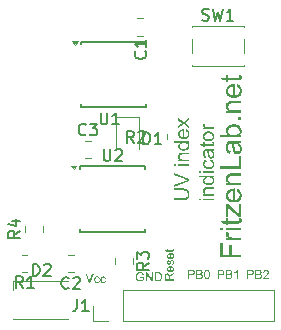
<source format=gbr>
%TF.GenerationSoftware,KiCad,Pcbnew,8.0.6*%
%TF.CreationDate,2024-10-19T09:18:50-03:00*%
%TF.ProjectId,keychain-uv-index,6b657963-6861-4696-9e2d-75762d696e64,rev?*%
%TF.SameCoordinates,Original*%
%TF.FileFunction,Legend,Top*%
%TF.FilePolarity,Positive*%
%FSLAX46Y46*%
G04 Gerber Fmt 4.6, Leading zero omitted, Abs format (unit mm)*
G04 Created by KiCad (PCBNEW 8.0.6) date 2024-10-19 09:18:50*
%MOMM*%
%LPD*%
G01*
G04 APERTURE LIST*
%ADD10C,0.187500*%
%ADD11C,0.150000*%
%ADD12C,0.120000*%
G04 APERTURE END LIST*
D10*
G36*
X84505814Y-66761041D02*
G01*
X84543087Y-66763045D01*
X84581219Y-66767789D01*
X84617361Y-66776203D01*
X84651901Y-66789925D01*
X84674459Y-66803326D01*
X84702551Y-66828087D01*
X84725807Y-66859800D01*
X84734909Y-66876782D01*
X84748974Y-66913430D01*
X84756164Y-66949378D01*
X84757990Y-66980464D01*
X84755053Y-67021439D01*
X84746244Y-67059574D01*
X84731562Y-67094869D01*
X84711006Y-67127324D01*
X84696624Y-67144595D01*
X84665051Y-67170790D01*
X84630469Y-67188122D01*
X84588944Y-67200727D01*
X84549036Y-67207621D01*
X84504308Y-67211232D01*
X84475157Y-67211823D01*
X84281350Y-67211823D01*
X84281350Y-67522500D01*
X84181332Y-67522500D01*
X84181332Y-67123895D01*
X84281350Y-67123895D01*
X84476622Y-67123895D01*
X84516326Y-67122133D01*
X84555112Y-67115805D01*
X84590344Y-67103184D01*
X84614192Y-67087076D01*
X84637345Y-67058234D01*
X84650887Y-67022336D01*
X84654858Y-66983578D01*
X84650898Y-66946583D01*
X84637774Y-66911881D01*
X84630861Y-66900779D01*
X84605155Y-66873605D01*
X84570282Y-66855888D01*
X84567847Y-66855167D01*
X84528942Y-66849878D01*
X84490930Y-66848495D01*
X84474607Y-66848389D01*
X84281350Y-66848389D01*
X84281350Y-67123895D01*
X84181332Y-67123895D01*
X84181332Y-66760462D01*
X84466364Y-66760462D01*
X84505814Y-66761041D01*
G37*
G36*
X85201531Y-66761893D02*
G01*
X85238339Y-66766186D01*
X85274630Y-66774438D01*
X85299110Y-66783360D01*
X85332444Y-66801920D01*
X85360410Y-66826367D01*
X85381175Y-66853702D01*
X85398071Y-66886839D01*
X85408503Y-66924174D01*
X85410851Y-66952986D01*
X85406497Y-66991223D01*
X85393437Y-67027646D01*
X85384473Y-67043845D01*
X85361040Y-67073426D01*
X85330033Y-67098421D01*
X85305155Y-67112538D01*
X85341185Y-67126368D01*
X85375338Y-67147105D01*
X85403302Y-67173494D01*
X85410484Y-67182513D01*
X85429901Y-67215082D01*
X85442126Y-67251192D01*
X85447160Y-67290845D01*
X85447304Y-67299200D01*
X85444161Y-67338673D01*
X85434733Y-67376034D01*
X85424956Y-67399767D01*
X85406701Y-67431676D01*
X85381626Y-67461348D01*
X85369635Y-67471575D01*
X85337558Y-67491220D01*
X85301996Y-67505317D01*
X85286837Y-67509677D01*
X85250045Y-67516977D01*
X85211977Y-67520984D01*
X85173954Y-67522449D01*
X85165020Y-67522500D01*
X84877058Y-67522500D01*
X84877058Y-67434572D01*
X84977076Y-67434572D01*
X85165020Y-67434572D01*
X85201831Y-67433871D01*
X85232981Y-67430908D01*
X85268279Y-67420972D01*
X85290683Y-67409476D01*
X85317589Y-67383923D01*
X85328785Y-67365879D01*
X85340931Y-67330800D01*
X85343806Y-67299750D01*
X85339057Y-67261201D01*
X85323521Y-67225584D01*
X85322191Y-67223546D01*
X85296362Y-67195977D01*
X85262107Y-67178117D01*
X85225407Y-67169578D01*
X85185617Y-67165752D01*
X85151648Y-67164928D01*
X84977076Y-67164928D01*
X84977076Y-67434572D01*
X84877058Y-67434572D01*
X84877058Y-67077001D01*
X84977076Y-67077001D01*
X85140291Y-67077001D01*
X85178165Y-67076142D01*
X85216383Y-67072458D01*
X85235546Y-67068208D01*
X85269068Y-67053141D01*
X85293065Y-67030655D01*
X85308617Y-66996749D01*
X85312299Y-66964527D01*
X85307232Y-66927018D01*
X85294347Y-66898215D01*
X85267540Y-66870609D01*
X85242873Y-66859014D01*
X85204390Y-66851751D01*
X85165696Y-66849053D01*
X85128018Y-66848389D01*
X84977076Y-66848389D01*
X84977076Y-67077001D01*
X84877058Y-67077001D01*
X84877058Y-66760462D01*
X85160441Y-66760462D01*
X85201531Y-66761893D01*
G37*
G36*
X86030739Y-67434572D02*
G01*
X86030739Y-67522500D01*
X85531385Y-67522500D01*
X85534354Y-67485598D01*
X85542192Y-67458019D01*
X85558100Y-67423078D01*
X85577220Y-67391650D01*
X85600776Y-67360545D01*
X85603375Y-67357452D01*
X85629927Y-67328311D01*
X85658492Y-67300365D01*
X85687318Y-67274334D01*
X85719721Y-67246830D01*
X85724642Y-67242780D01*
X85754169Y-67217979D01*
X85787567Y-67188837D01*
X85817066Y-67161762D01*
X85847317Y-67131998D01*
X85875512Y-67101034D01*
X85890971Y-67081397D01*
X85911958Y-67048416D01*
X85927220Y-67012960D01*
X85934216Y-66975405D01*
X85934385Y-66968740D01*
X85928821Y-66929447D01*
X85912129Y-66895101D01*
X85894818Y-66874951D01*
X85864928Y-66853154D01*
X85829409Y-66840404D01*
X85792236Y-66836666D01*
X85752945Y-66840762D01*
X85715758Y-66854731D01*
X85684891Y-66878614D01*
X85661986Y-66911285D01*
X85649278Y-66947635D01*
X85644448Y-66985765D01*
X85644225Y-66994935D01*
X85548970Y-66984860D01*
X85554517Y-66945617D01*
X85563877Y-66910044D01*
X85579615Y-66873183D01*
X85600542Y-66841317D01*
X85622609Y-66817981D01*
X85652674Y-66795569D01*
X85686929Y-66778661D01*
X85725373Y-66767259D01*
X85761660Y-66761866D01*
X85794251Y-66760462D01*
X85833396Y-66762593D01*
X85875043Y-66770469D01*
X85912361Y-66784147D01*
X85945348Y-66803628D01*
X85966259Y-66821095D01*
X85990955Y-66849007D01*
X86011752Y-66884298D01*
X86024627Y-66923207D01*
X86029393Y-66960221D01*
X86029640Y-66971304D01*
X86026587Y-67008123D01*
X86017426Y-67044457D01*
X86011139Y-67061064D01*
X85993811Y-67094706D01*
X85971862Y-67126722D01*
X85949590Y-67153754D01*
X85920869Y-67184032D01*
X85892299Y-67211548D01*
X85863472Y-67237896D01*
X85830638Y-67266794D01*
X85806524Y-67287477D01*
X85777362Y-67312458D01*
X85748630Y-67337548D01*
X85720060Y-67363394D01*
X85699363Y-67383647D01*
X85675387Y-67412202D01*
X85660345Y-67434572D01*
X86030739Y-67434572D01*
G37*
G36*
X82005814Y-66761041D02*
G01*
X82043087Y-66763045D01*
X82081219Y-66767789D01*
X82117361Y-66776203D01*
X82151901Y-66789925D01*
X82174459Y-66803326D01*
X82202551Y-66828087D01*
X82225807Y-66859800D01*
X82234909Y-66876782D01*
X82248974Y-66913430D01*
X82256164Y-66949378D01*
X82257990Y-66980464D01*
X82255053Y-67021439D01*
X82246244Y-67059574D01*
X82231562Y-67094869D01*
X82211006Y-67127324D01*
X82196624Y-67144595D01*
X82165051Y-67170790D01*
X82130469Y-67188122D01*
X82088944Y-67200727D01*
X82049036Y-67207621D01*
X82004308Y-67211232D01*
X81975157Y-67211823D01*
X81781350Y-67211823D01*
X81781350Y-67522500D01*
X81681332Y-67522500D01*
X81681332Y-67123895D01*
X81781350Y-67123895D01*
X81976622Y-67123895D01*
X82016326Y-67122133D01*
X82055112Y-67115805D01*
X82090344Y-67103184D01*
X82114192Y-67087076D01*
X82137345Y-67058234D01*
X82150887Y-67022336D01*
X82154858Y-66983578D01*
X82150898Y-66946583D01*
X82137774Y-66911881D01*
X82130861Y-66900779D01*
X82105155Y-66873605D01*
X82070282Y-66855888D01*
X82067847Y-66855167D01*
X82028942Y-66849878D01*
X81990930Y-66848495D01*
X81974607Y-66848389D01*
X81781350Y-66848389D01*
X81781350Y-67123895D01*
X81681332Y-67123895D01*
X81681332Y-66760462D01*
X81966364Y-66760462D01*
X82005814Y-66761041D01*
G37*
G36*
X82701531Y-66761893D02*
G01*
X82738339Y-66766186D01*
X82774630Y-66774438D01*
X82799110Y-66783360D01*
X82832444Y-66801920D01*
X82860410Y-66826367D01*
X82881175Y-66853702D01*
X82898071Y-66886839D01*
X82908503Y-66924174D01*
X82910851Y-66952986D01*
X82906497Y-66991223D01*
X82893437Y-67027646D01*
X82884473Y-67043845D01*
X82861040Y-67073426D01*
X82830033Y-67098421D01*
X82805155Y-67112538D01*
X82841185Y-67126368D01*
X82875338Y-67147105D01*
X82903302Y-67173494D01*
X82910484Y-67182513D01*
X82929901Y-67215082D01*
X82942126Y-67251192D01*
X82947160Y-67290845D01*
X82947304Y-67299200D01*
X82944161Y-67338673D01*
X82934733Y-67376034D01*
X82924956Y-67399767D01*
X82906701Y-67431676D01*
X82881626Y-67461348D01*
X82869635Y-67471575D01*
X82837558Y-67491220D01*
X82801996Y-67505317D01*
X82786837Y-67509677D01*
X82750045Y-67516977D01*
X82711977Y-67520984D01*
X82673954Y-67522449D01*
X82665020Y-67522500D01*
X82377058Y-67522500D01*
X82377058Y-67434572D01*
X82477076Y-67434572D01*
X82665020Y-67434572D01*
X82701831Y-67433871D01*
X82732981Y-67430908D01*
X82768279Y-67420972D01*
X82790683Y-67409476D01*
X82817589Y-67383923D01*
X82828785Y-67365879D01*
X82840931Y-67330800D01*
X82843806Y-67299750D01*
X82839057Y-67261201D01*
X82823521Y-67225584D01*
X82822191Y-67223546D01*
X82796362Y-67195977D01*
X82762107Y-67178117D01*
X82725407Y-67169578D01*
X82685617Y-67165752D01*
X82651648Y-67164928D01*
X82477076Y-67164928D01*
X82477076Y-67434572D01*
X82377058Y-67434572D01*
X82377058Y-67077001D01*
X82477076Y-67077001D01*
X82640291Y-67077001D01*
X82678165Y-67076142D01*
X82716383Y-67072458D01*
X82735546Y-67068208D01*
X82769068Y-67053141D01*
X82793065Y-67030655D01*
X82808617Y-66996749D01*
X82812299Y-66964527D01*
X82807232Y-66927018D01*
X82794347Y-66898215D01*
X82767540Y-66870609D01*
X82742873Y-66859014D01*
X82704390Y-66851751D01*
X82665696Y-66849053D01*
X82628018Y-66848389D01*
X82477076Y-66848389D01*
X82477076Y-67077001D01*
X82377058Y-67077001D01*
X82377058Y-66760462D01*
X82660441Y-66760462D01*
X82701531Y-66761893D01*
G37*
G36*
X83392620Y-67522500D02*
G01*
X83299930Y-67522500D01*
X83299930Y-66928623D01*
X83271851Y-66952940D01*
X83240953Y-66975231D01*
X83212002Y-66993469D01*
X83179090Y-67012045D01*
X83145408Y-67028842D01*
X83114366Y-67041830D01*
X83114366Y-66948040D01*
X83147489Y-66931445D01*
X83183046Y-66910696D01*
X83216153Y-66888048D01*
X83246811Y-66863498D01*
X83250471Y-66860296D01*
X83277467Y-66834754D01*
X83302747Y-66806484D01*
X83324514Y-66775650D01*
X83332903Y-66760462D01*
X83392620Y-66760462D01*
X83392620Y-67522500D01*
G37*
G36*
X79505814Y-66761041D02*
G01*
X79543087Y-66763045D01*
X79581219Y-66767789D01*
X79617361Y-66776203D01*
X79651901Y-66789925D01*
X79674459Y-66803326D01*
X79702551Y-66828087D01*
X79725807Y-66859800D01*
X79734909Y-66876782D01*
X79748974Y-66913430D01*
X79756164Y-66949378D01*
X79757990Y-66980464D01*
X79755053Y-67021439D01*
X79746244Y-67059574D01*
X79731562Y-67094869D01*
X79711006Y-67127324D01*
X79696624Y-67144595D01*
X79665051Y-67170790D01*
X79630469Y-67188122D01*
X79588944Y-67200727D01*
X79549036Y-67207621D01*
X79504308Y-67211232D01*
X79475157Y-67211823D01*
X79281350Y-67211823D01*
X79281350Y-67522500D01*
X79181332Y-67522500D01*
X79181332Y-67123895D01*
X79281350Y-67123895D01*
X79476622Y-67123895D01*
X79516326Y-67122133D01*
X79555112Y-67115805D01*
X79590344Y-67103184D01*
X79614192Y-67087076D01*
X79637345Y-67058234D01*
X79650887Y-67022336D01*
X79654858Y-66983578D01*
X79650898Y-66946583D01*
X79637774Y-66911881D01*
X79630861Y-66900779D01*
X79605155Y-66873605D01*
X79570282Y-66855888D01*
X79567847Y-66855167D01*
X79528942Y-66849878D01*
X79490930Y-66848495D01*
X79474607Y-66848389D01*
X79281350Y-66848389D01*
X79281350Y-67123895D01*
X79181332Y-67123895D01*
X79181332Y-66760462D01*
X79466364Y-66760462D01*
X79505814Y-66761041D01*
G37*
G36*
X80201531Y-66761893D02*
G01*
X80238339Y-66766186D01*
X80274630Y-66774438D01*
X80299110Y-66783360D01*
X80332444Y-66801920D01*
X80360410Y-66826367D01*
X80381175Y-66853702D01*
X80398071Y-66886839D01*
X80408503Y-66924174D01*
X80410851Y-66952986D01*
X80406497Y-66991223D01*
X80393437Y-67027646D01*
X80384473Y-67043845D01*
X80361040Y-67073426D01*
X80330033Y-67098421D01*
X80305155Y-67112538D01*
X80341185Y-67126368D01*
X80375338Y-67147105D01*
X80403302Y-67173494D01*
X80410484Y-67182513D01*
X80429901Y-67215082D01*
X80442126Y-67251192D01*
X80447160Y-67290845D01*
X80447304Y-67299200D01*
X80444161Y-67338673D01*
X80434733Y-67376034D01*
X80424956Y-67399767D01*
X80406701Y-67431676D01*
X80381626Y-67461348D01*
X80369635Y-67471575D01*
X80337558Y-67491220D01*
X80301996Y-67505317D01*
X80286837Y-67509677D01*
X80250045Y-67516977D01*
X80211977Y-67520984D01*
X80173954Y-67522449D01*
X80165020Y-67522500D01*
X79877058Y-67522500D01*
X79877058Y-67434572D01*
X79977076Y-67434572D01*
X80165020Y-67434572D01*
X80201831Y-67433871D01*
X80232981Y-67430908D01*
X80268279Y-67420972D01*
X80290683Y-67409476D01*
X80317589Y-67383923D01*
X80328785Y-67365879D01*
X80340931Y-67330800D01*
X80343806Y-67299750D01*
X80339057Y-67261201D01*
X80323521Y-67225584D01*
X80322191Y-67223546D01*
X80296362Y-67195977D01*
X80262107Y-67178117D01*
X80225407Y-67169578D01*
X80185617Y-67165752D01*
X80151648Y-67164928D01*
X79977076Y-67164928D01*
X79977076Y-67434572D01*
X79877058Y-67434572D01*
X79877058Y-67077001D01*
X79977076Y-67077001D01*
X80140291Y-67077001D01*
X80178165Y-67076142D01*
X80216383Y-67072458D01*
X80235546Y-67068208D01*
X80269068Y-67053141D01*
X80293065Y-67030655D01*
X80308617Y-66996749D01*
X80312299Y-66964527D01*
X80307232Y-66927018D01*
X80294347Y-66898215D01*
X80267540Y-66870609D01*
X80242873Y-66859014D01*
X80204390Y-66851751D01*
X80165696Y-66849053D01*
X80128018Y-66848389D01*
X79977076Y-66848389D01*
X79977076Y-67077001D01*
X79877058Y-67077001D01*
X79877058Y-66760462D01*
X80160441Y-66760462D01*
X80201531Y-66761893D01*
G37*
G36*
X80829525Y-66763362D02*
G01*
X80866011Y-66772064D01*
X80896100Y-66785008D01*
X80928317Y-66806483D01*
X80956001Y-66834090D01*
X80971938Y-66855900D01*
X80990950Y-66890039D01*
X81005605Y-66925244D01*
X81016653Y-66960324D01*
X81018832Y-66968557D01*
X81026286Y-67004609D01*
X81031609Y-67046455D01*
X81034521Y-67087822D01*
X81035719Y-67126810D01*
X81035868Y-67147526D01*
X81035202Y-67187947D01*
X81033203Y-67225865D01*
X81029045Y-67268060D01*
X81022968Y-67306648D01*
X81013452Y-67347110D01*
X81008574Y-67362948D01*
X80993233Y-67401565D01*
X80974502Y-67435534D01*
X80952383Y-67464854D01*
X80926875Y-67489527D01*
X80894012Y-67511133D01*
X80856627Y-67525668D01*
X80819602Y-67532652D01*
X80789488Y-67534223D01*
X80750196Y-67531460D01*
X80714200Y-67523172D01*
X80676373Y-67506519D01*
X80643034Y-67482345D01*
X80618030Y-67455638D01*
X80596499Y-67423193D01*
X80578617Y-67384934D01*
X80566939Y-67350141D01*
X80557597Y-67311627D01*
X80550590Y-67269392D01*
X80545919Y-67223436D01*
X80543948Y-67186527D01*
X80543292Y-67147526D01*
X80543295Y-67147342D01*
X80638546Y-67147342D01*
X80639227Y-67192102D01*
X80641271Y-67232957D01*
X80644677Y-67269909D01*
X80650851Y-67310608D01*
X80661069Y-67351394D01*
X80676864Y-67387876D01*
X80682144Y-67396104D01*
X80708261Y-67426034D01*
X80741019Y-67447801D01*
X80777713Y-67457475D01*
X80789488Y-67458019D01*
X80827459Y-67451955D01*
X80861459Y-67433762D01*
X80888663Y-67407018D01*
X80897016Y-67395921D01*
X80914004Y-67362801D01*
X80925244Y-67324938D01*
X80932269Y-67286705D01*
X80937165Y-67242398D01*
X80939549Y-67202581D01*
X80940571Y-67158876D01*
X80940614Y-67147342D01*
X80939932Y-67102460D01*
X80937889Y-67061510D01*
X80934483Y-67024493D01*
X80928309Y-66983752D01*
X80918091Y-66942974D01*
X80902296Y-66906583D01*
X80897016Y-66898398D01*
X80870812Y-66868557D01*
X80837753Y-66846854D01*
X80800544Y-66837208D01*
X80788572Y-66836666D01*
X80751138Y-66841979D01*
X80715787Y-66860096D01*
X80688947Y-66887723D01*
X80686540Y-66891071D01*
X80667839Y-66927063D01*
X80655466Y-66966858D01*
X80647733Y-67006327D01*
X80642343Y-67051530D01*
X80639718Y-67091820D01*
X80638593Y-67135779D01*
X80638546Y-67147342D01*
X80543295Y-67147342D01*
X80543962Y-67106845D01*
X80545975Y-67068722D01*
X80550161Y-67026351D01*
X80556279Y-66987663D01*
X80565858Y-66947184D01*
X80570769Y-66931371D01*
X80586259Y-66892696D01*
X80605070Y-66858739D01*
X80627200Y-66829499D01*
X80652651Y-66804975D01*
X80685471Y-66783457D01*
X80722725Y-66768982D01*
X80759562Y-66762027D01*
X80789488Y-66760462D01*
X80829525Y-66763362D01*
G37*
G36*
X77972500Y-67127180D02*
G01*
X77814596Y-67227015D01*
X77782437Y-67247943D01*
X77751046Y-67269189D01*
X77719568Y-67291850D01*
X77710000Y-67299188D01*
X77680786Y-67324479D01*
X77659258Y-67349930D01*
X77642497Y-67383967D01*
X77639108Y-67395542D01*
X77635673Y-67433255D01*
X77635444Y-67451229D01*
X77635444Y-67567184D01*
X77972500Y-67567184D01*
X77972500Y-67667018D01*
X77210462Y-67667018D01*
X77210462Y-67332161D01*
X77210557Y-67328131D01*
X77295458Y-67328131D01*
X77295458Y-67567184D01*
X77550448Y-67567184D01*
X77550448Y-67352311D01*
X77549035Y-67312408D01*
X77544216Y-67275251D01*
X77535976Y-67245150D01*
X77517200Y-67211123D01*
X77489815Y-67186348D01*
X77454398Y-67170626D01*
X77420572Y-67166198D01*
X77382361Y-67171685D01*
X77349612Y-67188146D01*
X77330812Y-67205216D01*
X77310684Y-67237261D01*
X77299636Y-67275672D01*
X77295769Y-67312764D01*
X77295458Y-67328131D01*
X77210557Y-67328131D01*
X77211452Y-67290317D01*
X77214424Y-67253101D01*
X77220246Y-67216235D01*
X77231161Y-67178654D01*
X77249011Y-67145021D01*
X77274350Y-67116410D01*
X77303885Y-67094757D01*
X77337569Y-67078142D01*
X77373365Y-67067680D01*
X77411272Y-67063373D01*
X77419106Y-67063250D01*
X77458261Y-67066501D01*
X77494211Y-67076256D01*
X77530822Y-67095002D01*
X77556493Y-67115273D01*
X77581806Y-67144823D01*
X77602059Y-67181448D01*
X77615630Y-67219299D01*
X77624178Y-67256054D01*
X77627384Y-67275924D01*
X77645255Y-67242975D01*
X77665120Y-67215657D01*
X77692372Y-67188759D01*
X77723523Y-67162792D01*
X77754894Y-67140217D01*
X77766053Y-67132859D01*
X77972500Y-67001334D01*
X77972500Y-67127180D01*
G37*
G36*
X77726303Y-66449773D02*
G01*
X77726303Y-66857903D01*
X77762879Y-66853713D01*
X77799850Y-66844158D01*
X77835285Y-66827334D01*
X77861308Y-66806978D01*
X77885941Y-66776041D01*
X77901451Y-66740703D01*
X77907837Y-66700965D01*
X77908019Y-66692489D01*
X77903636Y-66653562D01*
X77889110Y-66617117D01*
X77881458Y-66605478D01*
X77854647Y-66578636D01*
X77820613Y-66558260D01*
X77796645Y-66548325D01*
X77808368Y-66452337D01*
X77843125Y-66464124D01*
X77878468Y-66482125D01*
X77909139Y-66504957D01*
X77935140Y-66532620D01*
X77938061Y-66536418D01*
X77958257Y-66569219D01*
X77972683Y-66606256D01*
X77980572Y-66642138D01*
X77984043Y-66681264D01*
X77984223Y-66693039D01*
X77981615Y-66736287D01*
X77973790Y-66776046D01*
X77960749Y-66812314D01*
X77942492Y-66845091D01*
X77919018Y-66874378D01*
X77910034Y-66883365D01*
X77880045Y-66907270D01*
X77845858Y-66926229D01*
X77807471Y-66940243D01*
X77764885Y-66949310D01*
X77726190Y-66953089D01*
X77701573Y-66953707D01*
X77659755Y-66951972D01*
X77620969Y-66946766D01*
X77585216Y-66938090D01*
X77546314Y-66923097D01*
X77511778Y-66903108D01*
X77486334Y-66882632D01*
X77460312Y-66854491D01*
X77439674Y-66823376D01*
X77424420Y-66789284D01*
X77414550Y-66752218D01*
X77410063Y-66712176D01*
X77409764Y-66698168D01*
X77409838Y-66697069D01*
X77485968Y-66697069D01*
X77490333Y-66735040D01*
X77505217Y-66772221D01*
X77527914Y-66801852D01*
X77530664Y-66804596D01*
X77561533Y-66827956D01*
X77598270Y-66843766D01*
X77636350Y-66851541D01*
X77650099Y-66852773D01*
X77650099Y-66547226D01*
X77612370Y-66552511D01*
X77574050Y-66563812D01*
X77542021Y-66582213D01*
X77514925Y-66609221D01*
X77495219Y-66644090D01*
X77486844Y-66679847D01*
X77485968Y-66697069D01*
X77409838Y-66697069D01*
X77412449Y-66658437D01*
X77420506Y-66621540D01*
X77436693Y-66582075D01*
X77460191Y-66546467D01*
X77486151Y-66519016D01*
X77516979Y-66495359D01*
X77552174Y-66476597D01*
X77591735Y-66462730D01*
X77628037Y-66454913D01*
X77667372Y-66450494D01*
X77701024Y-66449406D01*
X77726303Y-66449773D01*
G37*
G36*
X77810933Y-66375950D02*
G01*
X77796645Y-66284176D01*
X77833507Y-66274542D01*
X77865477Y-66255384D01*
X77879260Y-66241311D01*
X77897881Y-66207961D01*
X77906643Y-66168964D01*
X77908019Y-66142576D01*
X77905461Y-66105840D01*
X77895638Y-66070257D01*
X77881824Y-66047688D01*
X77853156Y-66024470D01*
X77819909Y-66016730D01*
X77784074Y-66028564D01*
X77769900Y-66044207D01*
X77754752Y-66080424D01*
X77744055Y-66116653D01*
X77738210Y-66138913D01*
X77728769Y-66174972D01*
X77718373Y-66211475D01*
X77705985Y-66249596D01*
X77693513Y-66280329D01*
X77672685Y-66313066D01*
X77643548Y-66338757D01*
X77641489Y-66340047D01*
X77606410Y-66355297D01*
X77567850Y-66360380D01*
X77530423Y-66355675D01*
X77499890Y-66343710D01*
X77469658Y-66322535D01*
X77448049Y-66298098D01*
X77429903Y-66264925D01*
X77420938Y-66239113D01*
X77412918Y-66202912D01*
X77409808Y-66164377D01*
X77409764Y-66159063D01*
X77411553Y-66120319D01*
X77417653Y-66081296D01*
X77428082Y-66046039D01*
X77445112Y-66010651D01*
X77468253Y-65981940D01*
X77477725Y-65974049D01*
X77511760Y-65955459D01*
X77548811Y-65944556D01*
X77561622Y-65942175D01*
X77573895Y-66032850D01*
X77537030Y-66044803D01*
X77509232Y-66068571D01*
X77492534Y-66101745D01*
X77486331Y-66139156D01*
X77485968Y-66152285D01*
X77488479Y-66191908D01*
X77497920Y-66227573D01*
X77507217Y-66243510D01*
X77536641Y-66266966D01*
X77557042Y-66270804D01*
X77589649Y-66259446D01*
X77612009Y-66229754D01*
X77614562Y-66223909D01*
X77625431Y-66188326D01*
X77636093Y-66150311D01*
X77638375Y-66142027D01*
X77649460Y-66101839D01*
X77661012Y-66062887D01*
X77672585Y-66027961D01*
X77681606Y-66004823D01*
X77700746Y-65971947D01*
X77728527Y-65945042D01*
X77730516Y-65943640D01*
X77763990Y-65927731D01*
X77801407Y-65921670D01*
X77810200Y-65921475D01*
X77847246Y-65925950D01*
X77882478Y-65939373D01*
X77898128Y-65948586D01*
X77926300Y-65972183D01*
X77949270Y-66002579D01*
X77961692Y-66026622D01*
X77974520Y-66063234D01*
X77981561Y-66099298D01*
X77984201Y-66138010D01*
X77984223Y-66142027D01*
X77982690Y-66180222D01*
X77977028Y-66220275D01*
X77965447Y-66260102D01*
X77948417Y-66293588D01*
X77940626Y-66304509D01*
X77912667Y-66332749D01*
X77878042Y-66354612D01*
X77841669Y-66368695D01*
X77810933Y-66375950D01*
G37*
G36*
X77726303Y-65341154D02*
G01*
X77726303Y-65749284D01*
X77762879Y-65745094D01*
X77799850Y-65735540D01*
X77835285Y-65718716D01*
X77861308Y-65698360D01*
X77885941Y-65667423D01*
X77901451Y-65632085D01*
X77907837Y-65592347D01*
X77908019Y-65583871D01*
X77903636Y-65544943D01*
X77889110Y-65508499D01*
X77881458Y-65496859D01*
X77854647Y-65470018D01*
X77820613Y-65449642D01*
X77796645Y-65439706D01*
X77808368Y-65343719D01*
X77843125Y-65355506D01*
X77878468Y-65373507D01*
X77909139Y-65396339D01*
X77935140Y-65424002D01*
X77938061Y-65427800D01*
X77958257Y-65460601D01*
X77972683Y-65497638D01*
X77980572Y-65533520D01*
X77984043Y-65572646D01*
X77984223Y-65584420D01*
X77981615Y-65627669D01*
X77973790Y-65667428D01*
X77960749Y-65703695D01*
X77942492Y-65736473D01*
X77919018Y-65765760D01*
X77910034Y-65774747D01*
X77880045Y-65798652D01*
X77845858Y-65817611D01*
X77807471Y-65831625D01*
X77764885Y-65840692D01*
X77726190Y-65844470D01*
X77701573Y-65845088D01*
X77659755Y-65843353D01*
X77620969Y-65838148D01*
X77585216Y-65829471D01*
X77546314Y-65814479D01*
X77511778Y-65794489D01*
X77486334Y-65774014D01*
X77460312Y-65745873D01*
X77439674Y-65714757D01*
X77424420Y-65680666D01*
X77414550Y-65643600D01*
X77410063Y-65603558D01*
X77409764Y-65589549D01*
X77409838Y-65588450D01*
X77485968Y-65588450D01*
X77490333Y-65626421D01*
X77505217Y-65663602D01*
X77527914Y-65693234D01*
X77530664Y-65695978D01*
X77561533Y-65719338D01*
X77598270Y-65735148D01*
X77636350Y-65742922D01*
X77650099Y-65744155D01*
X77650099Y-65438607D01*
X77612370Y-65443893D01*
X77574050Y-65455194D01*
X77542021Y-65473595D01*
X77514925Y-65500603D01*
X77495219Y-65535472D01*
X77486844Y-65571228D01*
X77485968Y-65588450D01*
X77409838Y-65588450D01*
X77412449Y-65549819D01*
X77420506Y-65512922D01*
X77436693Y-65473457D01*
X77460191Y-65437849D01*
X77486151Y-65410397D01*
X77516979Y-65386741D01*
X77552174Y-65367979D01*
X77591735Y-65354112D01*
X77628037Y-65346294D01*
X77667372Y-65341876D01*
X77701024Y-65340788D01*
X77726303Y-65341154D01*
G37*
G36*
X77887503Y-65027730D02*
G01*
X77972500Y-65014357D01*
X77981292Y-65051452D01*
X77984223Y-65084333D01*
X77981563Y-65121663D01*
X77970984Y-65157315D01*
X77968103Y-65162735D01*
X77943789Y-65191100D01*
X77925422Y-65201936D01*
X77887852Y-65209956D01*
X77848540Y-65212575D01*
X77814230Y-65213110D01*
X77494760Y-65213110D01*
X77494760Y-65281254D01*
X77421488Y-65281254D01*
X77421488Y-65213110D01*
X77288497Y-65213110D01*
X77233909Y-65120969D01*
X77421488Y-65120969D01*
X77421488Y-65027730D01*
X77494760Y-65027730D01*
X77494760Y-65120969D01*
X77821741Y-65120969D01*
X77859764Y-65119290D01*
X77873948Y-65116207D01*
X77892449Y-65100270D01*
X77899227Y-65068396D01*
X77889598Y-65032383D01*
X77887503Y-65027730D01*
G37*
G36*
X75134874Y-67423546D02*
G01*
X75134874Y-67335619D01*
X75454710Y-67335069D01*
X75454710Y-67616987D01*
X75422265Y-67641167D01*
X75389364Y-67662577D01*
X75356007Y-67681218D01*
X75322195Y-67697089D01*
X75302669Y-67704914D01*
X75263296Y-67717737D01*
X75223397Y-67726896D01*
X75182971Y-67732391D01*
X75142018Y-67734223D01*
X75101030Y-67732542D01*
X75061458Y-67727500D01*
X75023303Y-67719096D01*
X74986565Y-67707330D01*
X74951244Y-67692202D01*
X74939785Y-67686413D01*
X74907278Y-67666914D01*
X74877901Y-67644415D01*
X74847583Y-67614373D01*
X74824987Y-67585372D01*
X74805522Y-67553369D01*
X74802581Y-67547744D01*
X74786831Y-67512994D01*
X74774340Y-67476749D01*
X74765107Y-67439011D01*
X74759133Y-67399778D01*
X74756417Y-67359052D01*
X74756236Y-67345144D01*
X74757853Y-67304100D01*
X74762702Y-67264086D01*
X74770784Y-67225103D01*
X74782099Y-67187150D01*
X74796647Y-67150227D01*
X74802215Y-67138148D01*
X74820943Y-67103830D01*
X74842504Y-67073001D01*
X74866898Y-67045664D01*
X74898940Y-67018181D01*
X74934839Y-66995450D01*
X74968252Y-66979575D01*
X75003507Y-66966985D01*
X75040603Y-66957679D01*
X75079541Y-66951658D01*
X75120322Y-66948921D01*
X75134324Y-66948738D01*
X75174281Y-66950375D01*
X75212268Y-66955287D01*
X75248287Y-66963473D01*
X75282336Y-66974933D01*
X75317361Y-66991305D01*
X75350942Y-67013337D01*
X75378906Y-67039412D01*
X75386200Y-67048023D01*
X75407996Y-67080105D01*
X75424553Y-67113720D01*
X75438212Y-67151827D01*
X75443353Y-67170205D01*
X75353227Y-67194935D01*
X75340541Y-67158669D01*
X75324479Y-67125722D01*
X75310912Y-67105542D01*
X75284781Y-67079501D01*
X75253044Y-67059778D01*
X75238921Y-67053335D01*
X75202308Y-67041391D01*
X75162809Y-67034960D01*
X75134874Y-67033735D01*
X75097800Y-67035416D01*
X75060041Y-67041226D01*
X75022678Y-67052411D01*
X75016355Y-67054984D01*
X74981553Y-67072801D01*
X74949956Y-67096347D01*
X74935572Y-67110854D01*
X74912984Y-67139984D01*
X74893729Y-67173924D01*
X74888128Y-67186692D01*
X74875465Y-67223076D01*
X74866420Y-67260972D01*
X74860994Y-67300379D01*
X74859185Y-67341297D01*
X74860408Y-67378594D01*
X74864929Y-67419143D01*
X74872780Y-67456502D01*
X74885832Y-67495291D01*
X74893989Y-67513122D01*
X74913361Y-67545431D01*
X74939861Y-67576469D01*
X74971347Y-67601884D01*
X74995106Y-67615704D01*
X75028869Y-67630370D01*
X75068083Y-67641861D01*
X75108602Y-67648048D01*
X75136339Y-67649227D01*
X75176661Y-67646758D01*
X75216338Y-67639352D01*
X75251498Y-67628465D01*
X75263101Y-67623948D01*
X75298865Y-67607826D01*
X75331428Y-67589349D01*
X75356891Y-67570092D01*
X75356891Y-67423546D01*
X75134874Y-67423546D01*
G37*
G36*
X75596676Y-67722500D02*
G01*
X75596676Y-66960462D01*
X75699075Y-66960462D01*
X76095847Y-67558735D01*
X76095847Y-66960462D01*
X76191652Y-66960462D01*
X76191652Y-67722500D01*
X76089253Y-67722500D01*
X75692480Y-67123677D01*
X75692480Y-67722500D01*
X75596676Y-67722500D01*
G37*
G36*
X76656980Y-66961149D02*
G01*
X76697365Y-66963564D01*
X76734488Y-66968286D01*
X76749991Y-66971453D01*
X76788659Y-66983238D01*
X76823607Y-66999817D01*
X76854834Y-67021191D01*
X76860633Y-67026041D01*
X76888683Y-67053278D01*
X76912931Y-67084064D01*
X76933379Y-67118399D01*
X76950026Y-67156284D01*
X76961589Y-67191992D01*
X76970312Y-67229874D01*
X76976195Y-67269930D01*
X76979237Y-67312160D01*
X76979701Y-67337267D01*
X76978737Y-67374308D01*
X76975274Y-67414322D01*
X76969292Y-67451863D01*
X76959551Y-67491140D01*
X76947407Y-67527027D01*
X76931772Y-67562619D01*
X76911970Y-67596563D01*
X76908077Y-67602149D01*
X76883734Y-67632494D01*
X76855443Y-67659438D01*
X76839384Y-67671392D01*
X76806451Y-67689787D01*
X76771491Y-67703225D01*
X76749075Y-67709494D01*
X76710943Y-67716898D01*
X76673047Y-67720963D01*
X76636311Y-67722449D01*
X76627808Y-67722500D01*
X76355233Y-67722500D01*
X76355233Y-67634572D01*
X76455251Y-67634572D01*
X76616451Y-67634572D01*
X76655941Y-67633456D01*
X76693837Y-67629600D01*
X76731000Y-67621335D01*
X76733688Y-67620467D01*
X76767578Y-67605916D01*
X76798238Y-67583877D01*
X76801465Y-67580717D01*
X76825903Y-67550148D01*
X76844412Y-67515972D01*
X76856786Y-67483630D01*
X76866438Y-67447275D01*
X76872931Y-67406833D01*
X76876051Y-67367455D01*
X76876753Y-67335802D01*
X76875381Y-67292572D01*
X76871266Y-67253284D01*
X76862998Y-67212429D01*
X76850995Y-67176939D01*
X76837735Y-67150788D01*
X76814557Y-67117791D01*
X76788714Y-67091547D01*
X76756872Y-67070305D01*
X76743213Y-67064143D01*
X76706222Y-67054543D01*
X76669417Y-67050251D01*
X76630182Y-67048528D01*
X76613886Y-67048389D01*
X76455251Y-67048389D01*
X76455251Y-67634572D01*
X76355233Y-67634572D01*
X76355233Y-66960462D01*
X76615535Y-66960462D01*
X76656980Y-66961149D01*
G37*
G36*
X70797304Y-67872500D02*
G01*
X70504579Y-67110462D01*
X70612840Y-67110462D01*
X70809211Y-67664588D01*
X70821895Y-67701428D01*
X70833361Y-67736935D01*
X70844674Y-67774823D01*
X70848778Y-67789518D01*
X70860306Y-67750477D01*
X70871598Y-67715341D01*
X70883760Y-67680204D01*
X70889445Y-67664588D01*
X71093510Y-67110462D01*
X71195542Y-67110462D01*
X70899886Y-67872500D01*
X70797304Y-67872500D01*
G37*
G36*
X71626386Y-67673197D02*
G01*
X71717611Y-67685104D01*
X71708813Y-67724040D01*
X71695562Y-67759100D01*
X71674965Y-67794426D01*
X71648553Y-67824691D01*
X71641041Y-67831467D01*
X71608503Y-67854548D01*
X71572439Y-67871034D01*
X71532849Y-67880926D01*
X71495315Y-67884172D01*
X71489733Y-67884223D01*
X71449169Y-67881634D01*
X71411697Y-67873868D01*
X71377316Y-67860923D01*
X71341112Y-67839277D01*
X71313428Y-67815114D01*
X71309115Y-67810584D01*
X71285957Y-67780653D01*
X71267590Y-67746227D01*
X71254014Y-67707306D01*
X71246362Y-67671438D01*
X71242036Y-67632448D01*
X71240971Y-67599009D01*
X71242374Y-67561129D01*
X71247411Y-67520457D01*
X71256112Y-67482578D01*
X71268477Y-67447493D01*
X71270280Y-67443304D01*
X71289275Y-67408346D01*
X71313081Y-67378691D01*
X71341697Y-67354340D01*
X71359673Y-67343103D01*
X71394296Y-67326987D01*
X71430571Y-67316145D01*
X71468498Y-67310578D01*
X71490282Y-67309764D01*
X71527751Y-67311929D01*
X71566752Y-67319706D01*
X71601677Y-67333138D01*
X71636095Y-67355010D01*
X71664806Y-67383460D01*
X71687055Y-67417909D01*
X71701406Y-67453567D01*
X71708818Y-67483421D01*
X71618693Y-67497342D01*
X71607414Y-67462452D01*
X71588056Y-67429645D01*
X71572897Y-67413995D01*
X71539310Y-67393878D01*
X71502515Y-67386214D01*
X71493946Y-67385968D01*
X71456568Y-67389967D01*
X71419932Y-67403792D01*
X71388447Y-67427491D01*
X71380006Y-67436526D01*
X71358843Y-67469616D01*
X71345846Y-67506840D01*
X71338962Y-67545439D01*
X71336397Y-67583004D01*
X71336226Y-67596444D01*
X71337714Y-67635941D01*
X71343210Y-67676631D01*
X71354450Y-67716030D01*
X71373417Y-67751294D01*
X71378541Y-67757827D01*
X71407492Y-67784296D01*
X71441453Y-67800961D01*
X71480422Y-67807823D01*
X71488817Y-67808019D01*
X71527208Y-67803383D01*
X71563042Y-67787894D01*
X71579858Y-67775047D01*
X71603575Y-67745182D01*
X71618707Y-67709026D01*
X71626386Y-67673197D01*
G37*
G36*
X72151020Y-67673197D02*
G01*
X72242245Y-67685104D01*
X72233447Y-67724040D01*
X72220196Y-67759100D01*
X72199599Y-67794426D01*
X72173187Y-67824691D01*
X72165675Y-67831467D01*
X72133137Y-67854548D01*
X72097073Y-67871034D01*
X72057483Y-67880926D01*
X72019949Y-67884172D01*
X72014366Y-67884223D01*
X71973803Y-67881634D01*
X71936331Y-67873868D01*
X71901950Y-67860923D01*
X71865745Y-67839277D01*
X71838062Y-67815114D01*
X71833749Y-67810584D01*
X71810590Y-67780653D01*
X71792224Y-67746227D01*
X71778648Y-67707306D01*
X71770995Y-67671438D01*
X71766670Y-67632448D01*
X71765605Y-67599009D01*
X71767007Y-67561129D01*
X71772045Y-67520457D01*
X71780746Y-67482578D01*
X71793111Y-67447493D01*
X71794914Y-67443304D01*
X71813909Y-67408346D01*
X71837714Y-67378691D01*
X71866330Y-67354340D01*
X71884307Y-67343103D01*
X71918930Y-67326987D01*
X71955205Y-67316145D01*
X71993132Y-67310578D01*
X72014916Y-67309764D01*
X72052385Y-67311929D01*
X72091385Y-67319706D01*
X72126310Y-67333138D01*
X72160729Y-67355010D01*
X72189440Y-67383460D01*
X72211688Y-67417909D01*
X72226040Y-67453567D01*
X72233452Y-67483421D01*
X72143326Y-67497342D01*
X72132047Y-67462452D01*
X72112689Y-67429645D01*
X72097531Y-67413995D01*
X72063944Y-67393878D01*
X72027148Y-67386214D01*
X72018579Y-67385968D01*
X71981202Y-67389967D01*
X71944565Y-67403792D01*
X71913081Y-67427491D01*
X71904640Y-67436526D01*
X71883477Y-67469616D01*
X71870479Y-67506840D01*
X71863596Y-67545439D01*
X71861031Y-67583004D01*
X71860860Y-67596444D01*
X71862347Y-67635941D01*
X71867843Y-67676631D01*
X71879083Y-67716030D01*
X71898051Y-67751294D01*
X71903175Y-67757827D01*
X71932126Y-67784296D01*
X71966086Y-67800961D01*
X72005055Y-67807823D01*
X72013450Y-67808019D01*
X72051841Y-67803383D01*
X72087676Y-67787894D01*
X72104492Y-67775047D01*
X72128208Y-67745182D01*
X72143340Y-67709026D01*
X72151020Y-67673197D01*
G37*
D11*
G36*
X78017437Y-60038293D02*
G01*
X78017437Y-59871598D01*
X78750165Y-59871598D01*
X78819066Y-59873111D01*
X78882428Y-59877651D01*
X78949351Y-59886774D01*
X79016604Y-59902244D01*
X79053637Y-59914645D01*
X79113526Y-59944318D01*
X79166798Y-59984906D01*
X79208596Y-60030148D01*
X79236514Y-60069740D01*
X79267369Y-60130132D01*
X79287135Y-60190145D01*
X79300152Y-60256849D01*
X79305937Y-60319349D01*
X79307039Y-60363747D01*
X79304882Y-60427782D01*
X79296911Y-60496792D01*
X79283068Y-60559666D01*
X79260056Y-60624009D01*
X79245673Y-60653175D01*
X79211555Y-60705343D01*
X79164962Y-60754454D01*
X79109674Y-60793421D01*
X79067986Y-60813764D01*
X79004502Y-60834735D01*
X78940219Y-60848169D01*
X78878632Y-60856033D01*
X78811055Y-60860527D01*
X78750165Y-60861697D01*
X78017437Y-60861697D01*
X78017437Y-60695307D01*
X78752302Y-60695307D01*
X78820667Y-60693846D01*
X78888602Y-60688598D01*
X78952028Y-60678133D01*
X78996851Y-60664776D01*
X79050675Y-60635739D01*
X79097647Y-60590426D01*
X79118056Y-60560057D01*
X79143916Y-60499593D01*
X79157136Y-60436096D01*
X79160493Y-60378401D01*
X79157531Y-60313193D01*
X79146586Y-60246504D01*
X79124204Y-60182667D01*
X79086433Y-60126633D01*
X79076229Y-60116451D01*
X79024385Y-60082257D01*
X78963087Y-60060351D01*
X78898708Y-60047529D01*
X78836713Y-60041041D01*
X78767130Y-60038370D01*
X78752302Y-60038293D01*
X78017437Y-60038293D01*
G37*
G36*
X79287500Y-59241756D02*
G01*
X78017437Y-59729631D01*
X78017437Y-59549197D01*
X78940980Y-59221912D01*
X79002380Y-59200772D01*
X79061558Y-59181662D01*
X79124706Y-59162807D01*
X79149197Y-59155966D01*
X79084129Y-59136753D01*
X79025568Y-59117932D01*
X78967007Y-59097663D01*
X78940980Y-59088189D01*
X78017437Y-58748080D01*
X78017437Y-58578026D01*
X79287500Y-59070786D01*
X79287500Y-59241756D01*
G37*
G36*
X78193292Y-57968030D02*
G01*
X78017437Y-57968030D01*
X78017437Y-57813546D01*
X78193292Y-57813546D01*
X78193292Y-57968030D01*
G37*
G36*
X79287500Y-57968030D02*
G01*
X78369146Y-57968030D01*
X78369146Y-57813546D01*
X79287500Y-57813546D01*
X79287500Y-57968030D01*
G37*
G36*
X79287500Y-57580600D02*
G01*
X78369146Y-57580600D01*
X78369146Y-57441687D01*
X78497984Y-57441687D01*
X78447559Y-57400875D01*
X78407567Y-57353773D01*
X78374095Y-57290872D01*
X78356707Y-57230143D01*
X78349752Y-57163124D01*
X78349607Y-57151343D01*
X78354545Y-57086584D01*
X78369359Y-57026259D01*
X78379527Y-56999912D01*
X78409062Y-56945992D01*
X78451690Y-56900826D01*
X78457684Y-56896414D01*
X78514107Y-56865618D01*
X78572479Y-56848176D01*
X78636570Y-56841506D01*
X78703911Y-56839703D01*
X78723604Y-56839628D01*
X79287500Y-56839628D01*
X79287500Y-56994112D01*
X78727573Y-56994112D01*
X78662915Y-56996645D01*
X78601172Y-57006935D01*
X78585301Y-57012124D01*
X78533662Y-57045612D01*
X78509891Y-57076238D01*
X78486933Y-57132878D01*
X78481498Y-57184010D01*
X78488966Y-57248632D01*
X78511369Y-57306905D01*
X78544696Y-57354370D01*
X78595316Y-57392205D01*
X78659890Y-57414275D01*
X78722570Y-57423594D01*
X78784970Y-57426116D01*
X79287500Y-57426116D01*
X79287500Y-57580600D01*
G37*
G36*
X79287500Y-56015614D02*
G01*
X79172400Y-56015614D01*
X79224862Y-56057567D01*
X79264438Y-56107293D01*
X79291129Y-56164791D01*
X79304935Y-56230061D01*
X79307039Y-56270847D01*
X79301136Y-56337269D01*
X79283426Y-56400291D01*
X79253909Y-56459915D01*
X79246589Y-56471432D01*
X79208818Y-56519544D01*
X79163513Y-56561184D01*
X79110673Y-56596352D01*
X79078061Y-56613093D01*
X79014560Y-56637296D01*
X78953857Y-56652161D01*
X78889147Y-56660767D01*
X78829239Y-56663162D01*
X78762282Y-56660319D01*
X78698493Y-56651790D01*
X78637871Y-56637574D01*
X78580416Y-56617672D01*
X78521692Y-56588486D01*
X78471226Y-56552102D01*
X78424840Y-56503236D01*
X78409141Y-56481202D01*
X78377746Y-56422222D01*
X78357979Y-56359009D01*
X78349840Y-56291562D01*
X78349607Y-56277564D01*
X78350980Y-56262909D01*
X78476613Y-56262909D01*
X78484902Y-56324095D01*
X78513166Y-56383755D01*
X78556266Y-56431041D01*
X78561488Y-56435406D01*
X78616810Y-56468760D01*
X78679001Y-56489244D01*
X78743468Y-56500092D01*
X78806190Y-56504135D01*
X78828628Y-56504405D01*
X78891772Y-56501807D01*
X78957491Y-56492211D01*
X79022115Y-56472586D01*
X79081452Y-56439468D01*
X79092716Y-56430521D01*
X79138762Y-56381750D01*
X79167754Y-56327791D01*
X79179947Y-56262445D01*
X79180033Y-56256193D01*
X79170184Y-56190115D01*
X79140638Y-56131252D01*
X79096685Y-56084002D01*
X79042699Y-56049762D01*
X78983074Y-56028734D01*
X78921918Y-56017598D01*
X78852375Y-56013240D01*
X78841756Y-56013171D01*
X78774533Y-56015715D01*
X78705033Y-56025113D01*
X78645146Y-56041436D01*
X78588474Y-56068569D01*
X78564846Y-56085528D01*
X78518317Y-56133810D01*
X78489021Y-56188592D01*
X78476958Y-56249873D01*
X78476613Y-56262909D01*
X78350980Y-56262909D01*
X78355603Y-56213561D01*
X78375472Y-56151284D01*
X78385938Y-56130713D01*
X78421727Y-56078963D01*
X78466047Y-56036446D01*
X78480277Y-56025994D01*
X78017437Y-56025994D01*
X78017437Y-55872426D01*
X79287500Y-55872426D01*
X79287500Y-56015614D01*
G37*
G36*
X78877172Y-54845690D02*
G01*
X78877172Y-55525907D01*
X78938132Y-55518923D01*
X78999751Y-55503000D01*
X79058808Y-55474959D01*
X79102180Y-55441032D01*
X79143235Y-55389471D01*
X79169085Y-55330574D01*
X79179729Y-55264344D01*
X79180033Y-55250218D01*
X79172727Y-55185338D01*
X79148517Y-55124597D01*
X79135764Y-55105198D01*
X79091078Y-55060462D01*
X79034356Y-55026502D01*
X78994408Y-55009944D01*
X79013948Y-54849965D01*
X79071875Y-54869610D01*
X79130780Y-54899611D01*
X79181899Y-54937664D01*
X79225233Y-54983770D01*
X79230102Y-54990099D01*
X79263762Y-55044767D01*
X79287805Y-55106496D01*
X79300953Y-55166300D01*
X79306738Y-55231509D01*
X79307039Y-55251133D01*
X79302692Y-55323215D01*
X79289651Y-55389479D01*
X79267916Y-55449925D01*
X79237487Y-55504555D01*
X79198364Y-55553366D01*
X79183391Y-55568344D01*
X79133409Y-55608186D01*
X79076430Y-55639785D01*
X79012452Y-55663141D01*
X78941476Y-55678253D01*
X78876984Y-55684550D01*
X78835956Y-55685580D01*
X78766259Y-55682688D01*
X78701616Y-55674012D01*
X78642027Y-55659552D01*
X78577190Y-55634565D01*
X78519631Y-55601249D01*
X78477224Y-55567123D01*
X78433854Y-55520222D01*
X78399457Y-55468362D01*
X78374034Y-55411543D01*
X78357583Y-55349766D01*
X78350105Y-55283029D01*
X78349607Y-55259682D01*
X78349731Y-55257850D01*
X78476613Y-55257850D01*
X78483888Y-55321135D01*
X78508695Y-55383104D01*
X78546524Y-55432489D01*
X78551107Y-55437063D01*
X78602556Y-55475996D01*
X78663783Y-55502346D01*
X78727250Y-55515304D01*
X78750165Y-55517358D01*
X78750165Y-55008112D01*
X78687284Y-55016921D01*
X78623417Y-55035756D01*
X78570036Y-55066425D01*
X78524876Y-55111438D01*
X78492032Y-55169553D01*
X78478073Y-55229147D01*
X78476613Y-55257850D01*
X78349731Y-55257850D01*
X78354083Y-55193465D01*
X78367510Y-55131970D01*
X78394489Y-55066195D01*
X78433653Y-55006848D01*
X78476919Y-54961095D01*
X78528299Y-54921668D01*
X78586957Y-54890398D01*
X78652891Y-54867286D01*
X78713396Y-54854257D01*
X78778954Y-54846892D01*
X78835040Y-54845080D01*
X78877172Y-54845690D01*
G37*
G36*
X79287500Y-54763869D02*
G01*
X78810310Y-54430783D01*
X78369146Y-54738834D01*
X78369146Y-54545577D01*
X78584385Y-54405748D01*
X78637556Y-54372179D01*
X78687273Y-54342245D01*
X78636634Y-54308095D01*
X78586217Y-54272636D01*
X78369146Y-54119068D01*
X78369146Y-53934359D01*
X78801456Y-54249433D01*
X79287500Y-53910240D01*
X79287500Y-54100139D01*
X79002041Y-54287290D01*
X78925104Y-54337055D01*
X79287500Y-54576718D01*
X79287500Y-54763869D01*
G37*
G36*
X80293292Y-60883068D02*
G01*
X80117437Y-60883068D01*
X80117437Y-60728585D01*
X80293292Y-60728585D01*
X80293292Y-60883068D01*
G37*
G36*
X81387500Y-60883068D02*
G01*
X80469146Y-60883068D01*
X80469146Y-60728585D01*
X81387500Y-60728585D01*
X81387500Y-60883068D01*
G37*
G36*
X81387500Y-60495638D02*
G01*
X80469146Y-60495638D01*
X80469146Y-60356725D01*
X80597984Y-60356725D01*
X80547559Y-60315913D01*
X80507567Y-60268812D01*
X80474095Y-60205911D01*
X80456707Y-60145181D01*
X80449752Y-60078163D01*
X80449607Y-60066381D01*
X80454545Y-60001622D01*
X80469359Y-59941297D01*
X80479527Y-59914951D01*
X80509062Y-59861030D01*
X80551690Y-59815864D01*
X80557684Y-59811453D01*
X80614107Y-59780656D01*
X80672479Y-59763215D01*
X80736570Y-59756545D01*
X80803911Y-59754741D01*
X80823604Y-59754666D01*
X81387500Y-59754666D01*
X81387500Y-59909150D01*
X80827573Y-59909150D01*
X80762915Y-59911683D01*
X80701172Y-59921974D01*
X80685301Y-59927163D01*
X80633662Y-59960651D01*
X80609891Y-59991277D01*
X80586933Y-60047916D01*
X80581498Y-60099049D01*
X80588966Y-60163670D01*
X80611369Y-60221943D01*
X80644696Y-60269408D01*
X80695316Y-60307243D01*
X80759890Y-60329313D01*
X80822570Y-60338632D01*
X80884970Y-60341154D01*
X81387500Y-60341154D01*
X81387500Y-60495638D01*
G37*
G36*
X81387500Y-58930652D02*
G01*
X81272400Y-58930652D01*
X81324862Y-58972606D01*
X81364438Y-59022331D01*
X81391129Y-59079829D01*
X81404935Y-59145099D01*
X81407039Y-59185886D01*
X81401136Y-59252307D01*
X81383426Y-59315330D01*
X81353909Y-59374953D01*
X81346589Y-59386470D01*
X81308818Y-59434582D01*
X81263513Y-59476222D01*
X81210673Y-59511390D01*
X81178061Y-59528131D01*
X81114560Y-59552335D01*
X81053857Y-59567199D01*
X80989147Y-59575805D01*
X80929239Y-59578201D01*
X80862282Y-59575358D01*
X80798493Y-59566828D01*
X80737871Y-59552613D01*
X80680416Y-59532711D01*
X80621692Y-59503524D01*
X80571226Y-59467141D01*
X80524840Y-59418274D01*
X80509141Y-59396240D01*
X80477746Y-59337260D01*
X80457979Y-59274047D01*
X80449840Y-59206600D01*
X80449607Y-59192602D01*
X80450980Y-59177948D01*
X80576613Y-59177948D01*
X80584902Y-59239134D01*
X80613166Y-59298794D01*
X80656266Y-59346080D01*
X80661488Y-59350444D01*
X80716810Y-59383798D01*
X80779001Y-59404282D01*
X80843468Y-59415131D01*
X80906190Y-59419173D01*
X80928628Y-59419443D01*
X80991772Y-59416846D01*
X81057491Y-59407249D01*
X81122115Y-59387624D01*
X81181452Y-59354506D01*
X81192716Y-59345560D01*
X81238762Y-59296788D01*
X81267754Y-59242830D01*
X81279947Y-59177483D01*
X81280033Y-59171231D01*
X81270184Y-59105153D01*
X81240638Y-59046290D01*
X81196685Y-58999040D01*
X81142699Y-58964801D01*
X81083074Y-58943773D01*
X81021918Y-58932636D01*
X80952375Y-58928279D01*
X80941756Y-58928210D01*
X80874533Y-58930753D01*
X80805033Y-58940151D01*
X80745146Y-58956474D01*
X80688474Y-58983608D01*
X80664846Y-59000566D01*
X80618317Y-59048849D01*
X80589021Y-59103630D01*
X80576958Y-59164912D01*
X80576613Y-59177948D01*
X80450980Y-59177948D01*
X80455603Y-59128599D01*
X80475472Y-59066322D01*
X80485938Y-59045751D01*
X80521727Y-58994001D01*
X80566047Y-58951484D01*
X80580277Y-58941032D01*
X80117437Y-58941032D01*
X80117437Y-58787465D01*
X81387500Y-58787465D01*
X81387500Y-58930652D01*
G37*
G36*
X80293292Y-58548107D02*
G01*
X80117437Y-58548107D01*
X80117437Y-58393623D01*
X80293292Y-58393623D01*
X80293292Y-58548107D01*
G37*
G36*
X81387500Y-58548107D02*
G01*
X80469146Y-58548107D01*
X80469146Y-58393623D01*
X81387500Y-58393623D01*
X81387500Y-58548107D01*
G37*
G36*
X81055329Y-57565640D02*
G01*
X81075174Y-57413599D01*
X81140066Y-57428262D01*
X81198501Y-57450347D01*
X81257377Y-57484675D01*
X81307819Y-57528696D01*
X81319112Y-57541215D01*
X81357580Y-57595445D01*
X81385057Y-57655552D01*
X81401543Y-57721535D01*
X81406953Y-57784092D01*
X81407039Y-57793396D01*
X81402724Y-57861002D01*
X81389780Y-57923456D01*
X81368206Y-57980757D01*
X81332129Y-58041098D01*
X81291858Y-58087237D01*
X81284307Y-58094426D01*
X81234422Y-58133023D01*
X81177045Y-58163634D01*
X81112177Y-58186260D01*
X81052396Y-58199015D01*
X80987413Y-58206224D01*
X80931681Y-58207998D01*
X80868548Y-58205661D01*
X80800762Y-58197265D01*
X80737630Y-58182763D01*
X80679155Y-58162155D01*
X80672173Y-58159150D01*
X80613910Y-58127492D01*
X80564486Y-58087816D01*
X80523900Y-58040123D01*
X80505172Y-58010162D01*
X80478312Y-57952457D01*
X80460243Y-57891999D01*
X80450964Y-57828787D01*
X80449607Y-57792480D01*
X80453215Y-57730032D01*
X80466177Y-57665031D01*
X80488564Y-57606823D01*
X80525017Y-57549459D01*
X80572434Y-57501607D01*
X80629849Y-57464526D01*
X80689279Y-57440607D01*
X80739035Y-57428253D01*
X80762238Y-57578463D01*
X80704087Y-57597261D01*
X80649409Y-57629525D01*
X80623325Y-57654788D01*
X80589796Y-57710767D01*
X80577024Y-57772093D01*
X80576613Y-57786374D01*
X80583279Y-57848670D01*
X80606320Y-57909731D01*
X80645818Y-57962205D01*
X80660877Y-57976273D01*
X80716028Y-58011545D01*
X80778066Y-58033208D01*
X80842399Y-58044680D01*
X80905007Y-58048956D01*
X80927407Y-58049241D01*
X80993235Y-58046761D01*
X81061053Y-58037601D01*
X81126717Y-58018868D01*
X81185490Y-57987256D01*
X81196379Y-57978715D01*
X81240493Y-57930463D01*
X81268269Y-57873863D01*
X81279706Y-57808914D01*
X81280033Y-57794923D01*
X81272305Y-57730938D01*
X81246491Y-57671214D01*
X81225078Y-57643187D01*
X81175304Y-57603660D01*
X81115044Y-57578439D01*
X81055329Y-57565640D01*
G37*
G36*
X81387500Y-56660415D02*
G01*
X81326642Y-56682042D01*
X81272095Y-56691250D01*
X81310225Y-56739024D01*
X81344548Y-56790974D01*
X81372523Y-56846741D01*
X81376509Y-56856725D01*
X81395113Y-56917891D01*
X81405131Y-56982319D01*
X81407039Y-57027084D01*
X81403489Y-57089485D01*
X81390738Y-57152678D01*
X81365308Y-57213415D01*
X81332850Y-57258199D01*
X81282457Y-57300703D01*
X81224014Y-57327465D01*
X81157521Y-57338484D01*
X81143257Y-57338799D01*
X81082332Y-57332091D01*
X81023112Y-57310147D01*
X81019609Y-57308269D01*
X80969081Y-57273083D01*
X80929849Y-57228585D01*
X80898496Y-57172502D01*
X80878558Y-57117149D01*
X80865842Y-57055718D01*
X80856466Y-56991068D01*
X80855050Y-56979762D01*
X80846277Y-56913047D01*
X80835283Y-56843977D01*
X80821716Y-56776596D01*
X80805176Y-56715526D01*
X80801317Y-56704073D01*
X80923438Y-56704073D01*
X80943635Y-56764937D01*
X80958375Y-56825435D01*
X80970240Y-56886979D01*
X80981140Y-56956559D01*
X80992146Y-57020186D01*
X81008289Y-57080713D01*
X81012587Y-57091503D01*
X81049654Y-57142233D01*
X81063572Y-57152564D01*
X81123184Y-57173184D01*
X81138372Y-57173935D01*
X81199250Y-57160752D01*
X81243091Y-57127224D01*
X81273113Y-57073687D01*
X81284264Y-57011986D01*
X81284918Y-56990143D01*
X81279379Y-56925886D01*
X81260879Y-56862669D01*
X81245533Y-56831385D01*
X81208499Y-56780924D01*
X81157909Y-56740218D01*
X81137151Y-56729108D01*
X81076498Y-56711139D01*
X81011941Y-56704684D01*
X80980835Y-56704073D01*
X80923438Y-56704073D01*
X80801317Y-56704073D01*
X80761017Y-56703463D01*
X80698491Y-56709602D01*
X80642191Y-56734544D01*
X80628820Y-56747121D01*
X80597007Y-56799657D01*
X80580743Y-56862072D01*
X80576613Y-56923281D01*
X80580191Y-56985827D01*
X80593930Y-57046162D01*
X80613250Y-57084176D01*
X80659940Y-57126930D01*
X80720373Y-57154434D01*
X80742698Y-57161113D01*
X80721938Y-57312238D01*
X80661583Y-57294862D01*
X80605533Y-57268830D01*
X80570202Y-57244460D01*
X80527505Y-57199108D01*
X80495963Y-57144991D01*
X80481053Y-57107990D01*
X80463150Y-57043135D01*
X80453323Y-56978353D01*
X80449730Y-56915309D01*
X80449607Y-56900689D01*
X80451805Y-56838540D01*
X80459401Y-56777587D01*
X80475680Y-56715698D01*
X80477390Y-56711095D01*
X80504179Y-56654670D01*
X80544093Y-56606109D01*
X80546693Y-56603934D01*
X80600800Y-56571691D01*
X80652634Y-56555696D01*
X80717474Y-56549524D01*
X80783133Y-56548093D01*
X80795821Y-56548063D01*
X81003122Y-56548063D01*
X81066971Y-56547824D01*
X81133317Y-56546909D01*
X81196558Y-56544972D01*
X81260446Y-56540583D01*
X81277285Y-56538293D01*
X81336977Y-56522160D01*
X81387500Y-56498909D01*
X81387500Y-56660415D01*
G37*
G36*
X81245839Y-55975619D02*
G01*
X81387500Y-55953332D01*
X81402154Y-56015156D01*
X81407039Y-56069958D01*
X81402605Y-56132174D01*
X81384974Y-56191594D01*
X81380172Y-56200628D01*
X81339648Y-56247902D01*
X81309036Y-56265963D01*
X81246421Y-56279330D01*
X81180900Y-56283695D01*
X81123717Y-56284586D01*
X80591268Y-56284586D01*
X80591268Y-56398159D01*
X80469146Y-56398159D01*
X80469146Y-56284586D01*
X80247496Y-56284586D01*
X80156516Y-56131018D01*
X80469146Y-56131018D01*
X80469146Y-55975619D01*
X80591268Y-55975619D01*
X80591268Y-56131018D01*
X81136235Y-56131018D01*
X81199607Y-56128220D01*
X81223246Y-56123080D01*
X81254082Y-56096519D01*
X81265378Y-56043396D01*
X81249331Y-55983374D01*
X81245839Y-55975619D01*
G37*
G36*
X80979138Y-55031951D02*
G01*
X81046681Y-55038811D01*
X81107007Y-55050726D01*
X81167113Y-55070532D01*
X81193632Y-55082911D01*
X81247073Y-55116437D01*
X81293366Y-55157594D01*
X81332510Y-55206382D01*
X81351168Y-55236784D01*
X81378176Y-55294929D01*
X81396345Y-55356021D01*
X81405675Y-55420058D01*
X81407039Y-55456908D01*
X81402703Y-55526117D01*
X81389694Y-55590173D01*
X81368013Y-55649078D01*
X81337659Y-55702830D01*
X81298632Y-55751431D01*
X81283696Y-55766486D01*
X81233622Y-55806639D01*
X81175905Y-55838485D01*
X81110546Y-55862023D01*
X81050243Y-55875292D01*
X80984632Y-55882792D01*
X80928323Y-55884638D01*
X80866800Y-55882434D01*
X80795678Y-55873481D01*
X80730981Y-55857640D01*
X80672710Y-55834913D01*
X80611265Y-55798548D01*
X80559072Y-55752266D01*
X80551273Y-55743588D01*
X80511659Y-55689695D01*
X80481775Y-55630863D01*
X80461620Y-55567094D01*
X80451195Y-55498386D01*
X80449607Y-55456908D01*
X80576613Y-55456908D01*
X80583520Y-55519027D01*
X80607396Y-55580684D01*
X80648326Y-55634589D01*
X80663930Y-55649249D01*
X80720122Y-55686145D01*
X80781950Y-55708804D01*
X80845223Y-55720805D01*
X80906271Y-55725277D01*
X80928018Y-55725575D01*
X80991080Y-55722892D01*
X81056784Y-55712978D01*
X81121498Y-55692704D01*
X81175146Y-55662890D01*
X81192411Y-55649249D01*
X81234767Y-55603177D01*
X81265572Y-55544620D01*
X81279263Y-55478312D01*
X81280033Y-55456908D01*
X81273053Y-55395232D01*
X81248927Y-55333897D01*
X81207568Y-55280135D01*
X81191800Y-55265483D01*
X81134852Y-55228587D01*
X81071945Y-55205928D01*
X81007416Y-55193927D01*
X80945059Y-55189455D01*
X80922827Y-55189157D01*
X80861748Y-55191862D01*
X80797868Y-55201854D01*
X80734594Y-55222291D01*
X80675818Y-55256777D01*
X80664541Y-55266093D01*
X80622037Y-55312169D01*
X80591125Y-55370332D01*
X80577386Y-55435829D01*
X80576613Y-55456908D01*
X80449607Y-55456908D01*
X80453965Y-55388798D01*
X80467038Y-55325518D01*
X80488827Y-55267068D01*
X80519331Y-55213448D01*
X80558550Y-55164657D01*
X80573560Y-55149467D01*
X80623256Y-55108899D01*
X80679605Y-55076724D01*
X80742610Y-55052943D01*
X80812269Y-55037555D01*
X80875402Y-55031143D01*
X80915500Y-55030094D01*
X80979138Y-55031951D01*
G37*
G36*
X81387500Y-54855460D02*
G01*
X80469146Y-54855460D01*
X80469146Y-54716242D01*
X80609891Y-54716242D01*
X80555169Y-54683845D01*
X80503554Y-54644136D01*
X80480748Y-54618239D01*
X80454746Y-54561353D01*
X80449607Y-54518710D01*
X80457870Y-54454804D01*
X80480167Y-54395098D01*
X80499677Y-54359952D01*
X80644085Y-54413075D01*
X80619127Y-54469862D01*
X80610807Y-54526648D01*
X80624087Y-54588696D01*
X80641643Y-54617629D01*
X80689108Y-54658940D01*
X80726517Y-54675026D01*
X80790760Y-54690839D01*
X80853496Y-54698924D01*
X80907562Y-54700976D01*
X81387500Y-54700976D01*
X81387500Y-54855460D01*
G37*
G36*
X83702501Y-65697827D02*
G01*
X81924413Y-65697827D01*
X81924413Y-64509159D01*
X82129577Y-64509159D01*
X82129577Y-65464881D01*
X82690358Y-65464881D01*
X82690358Y-64637814D01*
X82895522Y-64637814D01*
X82895522Y-65464881D01*
X83702501Y-65464881D01*
X83702501Y-65697827D01*
G37*
G36*
X83702501Y-64244155D02*
G01*
X82416806Y-64244155D01*
X82416806Y-64049249D01*
X82613849Y-64049249D01*
X82537238Y-64003894D01*
X82464976Y-63948301D01*
X82433048Y-63912046D01*
X82396646Y-63832405D01*
X82389451Y-63772705D01*
X82401020Y-63683237D01*
X82432235Y-63599648D01*
X82459549Y-63550444D01*
X82661721Y-63624816D01*
X82626779Y-63704317D01*
X82615131Y-63783818D01*
X82633723Y-63870685D01*
X82658301Y-63911191D01*
X82724752Y-63969027D01*
X82777125Y-63991547D01*
X82867065Y-64013686D01*
X82954895Y-64025004D01*
X83030588Y-64027878D01*
X83702501Y-64027878D01*
X83702501Y-64244155D01*
G37*
G36*
X82170609Y-63424781D02*
G01*
X81924413Y-63424781D01*
X81924413Y-63208504D01*
X82170609Y-63208504D01*
X82170609Y-63424781D01*
G37*
G36*
X83702501Y-63424781D02*
G01*
X82416806Y-63424781D01*
X82416806Y-63208504D01*
X83702501Y-63208504D01*
X83702501Y-63424781D01*
G37*
G36*
X83504175Y-62410075D02*
G01*
X83702501Y-62378872D01*
X83723017Y-62465426D01*
X83729856Y-62542149D01*
X83723648Y-62629252D01*
X83698964Y-62712439D01*
X83692242Y-62725087D01*
X83635508Y-62791271D01*
X83592652Y-62816556D01*
X83504991Y-62835270D01*
X83413261Y-62841381D01*
X83333205Y-62842629D01*
X82587776Y-62842629D01*
X82587776Y-63001631D01*
X82416806Y-63001631D01*
X82416806Y-62842629D01*
X82106496Y-62842629D01*
X81979123Y-62627634D01*
X82416806Y-62627634D01*
X82416806Y-62410075D01*
X82587776Y-62410075D01*
X82587776Y-62627634D01*
X83350730Y-62627634D01*
X83439451Y-62623716D01*
X83472546Y-62616521D01*
X83515716Y-62579335D01*
X83531531Y-62504963D01*
X83509064Y-62420931D01*
X83504175Y-62410075D01*
G37*
G36*
X83702501Y-62316041D02*
G01*
X83528539Y-62316041D01*
X82587349Y-61503506D01*
X82591486Y-61594826D01*
X82594040Y-61685577D01*
X82594615Y-61747566D01*
X82594615Y-62268169D01*
X82416806Y-62268169D01*
X82416806Y-61224825D01*
X82559994Y-61224825D01*
X83378940Y-61915971D01*
X83528539Y-62049328D01*
X83522904Y-61960253D01*
X83519356Y-61874685D01*
X83517863Y-61784609D01*
X83517853Y-61776631D01*
X83517853Y-61186357D01*
X83702501Y-61186357D01*
X83702501Y-62316041D01*
G37*
G36*
X83128041Y-59874162D02*
G01*
X83128041Y-60826465D01*
X83213386Y-60816688D01*
X83299652Y-60794396D01*
X83382332Y-60755138D01*
X83443054Y-60707641D01*
X83500531Y-60635454D01*
X83536720Y-60553000D01*
X83551621Y-60460277D01*
X83552047Y-60440500D01*
X83541818Y-60349669D01*
X83507925Y-60264632D01*
X83490070Y-60237473D01*
X83427511Y-60174843D01*
X83348100Y-60127299D01*
X83292173Y-60104117D01*
X83319528Y-59880146D01*
X83400627Y-59907649D01*
X83483093Y-59949651D01*
X83554660Y-60002925D01*
X83615328Y-60067473D01*
X83622145Y-60076334D01*
X83669268Y-60152870D01*
X83702928Y-60239290D01*
X83721336Y-60323016D01*
X83729435Y-60414309D01*
X83729856Y-60441782D01*
X83723770Y-60542697D01*
X83705513Y-60635466D01*
X83675084Y-60720091D01*
X83632483Y-60796572D01*
X83577711Y-60864908D01*
X83556749Y-60885877D01*
X83486774Y-60941656D01*
X83407003Y-60985894D01*
X83317434Y-61018592D01*
X83218068Y-61039750D01*
X83127778Y-61048566D01*
X83070339Y-61050008D01*
X82972764Y-61045959D01*
X82882264Y-61033813D01*
X82798839Y-61013569D01*
X82708067Y-60978587D01*
X82627485Y-60931944D01*
X82568115Y-60884167D01*
X82507397Y-60818506D01*
X82459241Y-60745902D01*
X82423648Y-60666356D01*
X82400617Y-60579867D01*
X82390149Y-60486437D01*
X82389451Y-60453750D01*
X82389624Y-60451186D01*
X82567260Y-60451186D01*
X82577444Y-60539785D01*
X82612174Y-60626541D01*
X82665135Y-60695680D01*
X82671551Y-60702084D01*
X82743579Y-60756589D01*
X82829298Y-60793480D01*
X82918151Y-60811621D01*
X82950233Y-60814497D01*
X82950233Y-60101552D01*
X82862199Y-60113885D01*
X82772784Y-60140254D01*
X82698052Y-60183190D01*
X82634827Y-60246208D01*
X82588846Y-60327569D01*
X82569303Y-60411001D01*
X82567260Y-60451186D01*
X82389624Y-60451186D01*
X82395717Y-60361046D01*
X82414515Y-60274953D01*
X82452286Y-60182868D01*
X82507115Y-60099782D01*
X82567687Y-60035729D01*
X82639620Y-59980531D01*
X82721740Y-59936753D01*
X82814049Y-59904396D01*
X82898756Y-59886155D01*
X82990537Y-59875845D01*
X83069057Y-59873307D01*
X83128041Y-59874162D01*
G37*
G36*
X83702501Y-59615143D02*
G01*
X82416806Y-59615143D01*
X82416806Y-59420664D01*
X82597179Y-59420664D01*
X82526584Y-59363528D01*
X82470595Y-59297586D01*
X82423734Y-59209524D01*
X82399391Y-59124503D01*
X82389654Y-59030677D01*
X82389451Y-59014183D01*
X82396364Y-58923521D01*
X82417103Y-58839066D01*
X82431339Y-58802180D01*
X82472689Y-58726691D01*
X82532368Y-58663459D01*
X82540759Y-58657283D01*
X82619751Y-58614168D01*
X82701471Y-58589750D01*
X82791199Y-58580412D01*
X82885476Y-58577887D01*
X82913047Y-58577782D01*
X83702501Y-58577782D01*
X83702501Y-58794059D01*
X82918603Y-58794059D01*
X82828082Y-58797605D01*
X82741642Y-58812012D01*
X82719423Y-58819277D01*
X82647128Y-58866160D01*
X82613849Y-58909036D01*
X82581707Y-58988332D01*
X82574099Y-59059918D01*
X82584553Y-59150388D01*
X82615918Y-59231969D01*
X82662576Y-59298421D01*
X82733443Y-59351390D01*
X82823847Y-59382288D01*
X82911599Y-59395334D01*
X82998959Y-59398866D01*
X83702501Y-59398866D01*
X83702501Y-59615143D01*
G37*
G36*
X83702501Y-58234560D02*
G01*
X81924413Y-58234560D01*
X81924413Y-58001186D01*
X83497337Y-58001186D01*
X83497337Y-57133513D01*
X83702501Y-57133513D01*
X83702501Y-58234560D01*
G37*
G36*
X83702501Y-56013660D02*
G01*
X83617299Y-56043938D01*
X83540934Y-56056830D01*
X83594316Y-56123713D01*
X83642368Y-56196442D01*
X83681533Y-56274516D01*
X83687113Y-56288494D01*
X83713159Y-56374126D01*
X83727184Y-56464326D01*
X83729856Y-56526997D01*
X83724886Y-56614357D01*
X83707034Y-56702828D01*
X83671432Y-56787860D01*
X83625991Y-56850558D01*
X83555441Y-56910063D01*
X83473621Y-56947530D01*
X83380531Y-56962957D01*
X83360561Y-56963398D01*
X83275265Y-56954006D01*
X83192358Y-56923285D01*
X83187453Y-56920655D01*
X83116715Y-56871395D01*
X83061790Y-56809098D01*
X83017895Y-56730581D01*
X82989983Y-56653087D01*
X82972179Y-56567085D01*
X82959053Y-56476574D01*
X82957071Y-56460746D01*
X82944790Y-56367345D01*
X82929397Y-56270647D01*
X82910404Y-56176313D01*
X82887247Y-56090815D01*
X82881845Y-56074781D01*
X83052815Y-56074781D01*
X83081090Y-56159991D01*
X83101726Y-56244688D01*
X83118337Y-56330850D01*
X83133598Y-56428262D01*
X83149005Y-56517340D01*
X83171605Y-56602077D01*
X83177623Y-56617184D01*
X83229517Y-56688206D01*
X83249003Y-56702669D01*
X83332459Y-56731537D01*
X83353722Y-56732588D01*
X83438951Y-56714132D01*
X83500328Y-56667192D01*
X83542359Y-56592241D01*
X83557971Y-56505860D01*
X83558886Y-56475279D01*
X83551132Y-56385319D01*
X83525232Y-56296816D01*
X83503748Y-56253018D01*
X83451900Y-56182373D01*
X83381074Y-56125385D01*
X83352012Y-56109830D01*
X83267099Y-56084673D01*
X83176719Y-56075637D01*
X83133170Y-56074781D01*
X83052815Y-56074781D01*
X82881845Y-56074781D01*
X82825424Y-56073927D01*
X82737889Y-56082522D01*
X82659068Y-56117440D01*
X82640349Y-56135048D01*
X82595810Y-56208599D01*
X82573041Y-56295979D01*
X82567260Y-56381673D01*
X82572269Y-56469236D01*
X82591503Y-56553706D01*
X82618551Y-56606926D01*
X82683917Y-56666782D01*
X82768523Y-56705287D01*
X82799779Y-56714637D01*
X82770714Y-56926212D01*
X82686217Y-56901886D01*
X82607748Y-56865442D01*
X82558284Y-56831324D01*
X82498508Y-56767831D01*
X82454349Y-56692066D01*
X82433476Y-56640265D01*
X82408411Y-56549468D01*
X82394653Y-56458774D01*
X82389623Y-56370511D01*
X82389451Y-56350043D01*
X82392528Y-56263035D01*
X82403163Y-56177700D01*
X82425954Y-56091057D01*
X82428347Y-56084612D01*
X82465851Y-56005617D01*
X82521732Y-55937631D01*
X82525372Y-55934586D01*
X82601121Y-55889446D01*
X82673689Y-55867053D01*
X82764465Y-55858413D01*
X82856388Y-55856409D01*
X82874151Y-55856367D01*
X83164372Y-55856367D01*
X83253760Y-55856033D01*
X83346645Y-55854751D01*
X83435183Y-55852040D01*
X83524625Y-55845895D01*
X83548200Y-55842690D01*
X83631769Y-55820103D01*
X83702501Y-55787552D01*
X83702501Y-56013660D01*
G37*
G36*
X83139750Y-54425467D02*
G01*
X83231775Y-54437363D01*
X83316497Y-54457190D01*
X83408520Y-54491451D01*
X83490024Y-54537132D01*
X83549910Y-54583923D01*
X83611063Y-54646970D01*
X83666418Y-54726336D01*
X83704551Y-54811961D01*
X83725462Y-54903844D01*
X83729856Y-54973307D01*
X83720836Y-55067400D01*
X83693777Y-55152206D01*
X83648678Y-55227727D01*
X83585540Y-55293963D01*
X83541361Y-55327643D01*
X83702501Y-55327643D01*
X83702501Y-55528532D01*
X81924413Y-55528532D01*
X81924413Y-55312255D01*
X82561276Y-55312255D01*
X82494325Y-55248609D01*
X82443817Y-55177722D01*
X82406231Y-55087842D01*
X82390961Y-55001440D01*
X82390191Y-54981428D01*
X82567260Y-54981428D01*
X82579365Y-55066362D01*
X82615679Y-55143783D01*
X82676203Y-55213690D01*
X82691213Y-55226770D01*
X82769693Y-55276771D01*
X82854157Y-55307479D01*
X82939413Y-55323742D01*
X83035265Y-55330106D01*
X83049823Y-55330207D01*
X83144853Y-55327221D01*
X83238432Y-55316495D01*
X83324550Y-55295105D01*
X83384069Y-55267803D01*
X83457559Y-55212211D01*
X83515138Y-55138877D01*
X83546141Y-55054116D01*
X83552047Y-54991259D01*
X83539942Y-54906325D01*
X83503628Y-54828904D01*
X83443104Y-54758997D01*
X83428094Y-54745917D01*
X83348734Y-54695916D01*
X83262014Y-54665208D01*
X83173642Y-54648945D01*
X83073613Y-54642581D01*
X83058371Y-54642480D01*
X82968607Y-54645966D01*
X82875619Y-54658846D01*
X82784824Y-54685186D01*
X82702415Y-54729635D01*
X82686939Y-54741643D01*
X82623827Y-54807668D01*
X82581402Y-54889649D01*
X82567260Y-54981428D01*
X82390191Y-54981428D01*
X82389451Y-54962194D01*
X82396183Y-54875781D01*
X82418669Y-54786101D01*
X82437323Y-54739506D01*
X82482290Y-54660211D01*
X82540097Y-54593191D01*
X82571107Y-54566399D01*
X82647183Y-54516048D01*
X82727926Y-54478211D01*
X82779690Y-54459970D01*
X82865459Y-54438068D01*
X82955268Y-54425258D01*
X83040419Y-54421502D01*
X83139750Y-54425467D01*
G37*
G36*
X83702501Y-54103497D02*
G01*
X83456304Y-54103497D01*
X83456304Y-53856873D01*
X83702501Y-53856873D01*
X83702501Y-54103497D01*
G37*
G36*
X83702501Y-53484159D02*
G01*
X82416806Y-53484159D01*
X82416806Y-53289680D01*
X82597179Y-53289680D01*
X82526584Y-53232544D01*
X82470595Y-53166602D01*
X82423734Y-53078540D01*
X82399391Y-52993519D01*
X82389654Y-52899693D01*
X82389451Y-52883199D01*
X82396364Y-52792537D01*
X82417103Y-52708082D01*
X82431339Y-52671196D01*
X82472689Y-52595707D01*
X82532368Y-52532475D01*
X82540759Y-52526299D01*
X82619751Y-52483184D01*
X82701471Y-52458766D01*
X82791199Y-52449428D01*
X82885476Y-52446903D01*
X82913047Y-52446798D01*
X83702501Y-52446798D01*
X83702501Y-52663075D01*
X82918603Y-52663075D01*
X82828082Y-52666622D01*
X82741642Y-52681028D01*
X82719423Y-52688293D01*
X82647128Y-52735176D01*
X82613849Y-52778053D01*
X82581707Y-52857348D01*
X82574099Y-52928934D01*
X82584553Y-53019404D01*
X82615918Y-53100985D01*
X82662576Y-53167437D01*
X82733443Y-53220406D01*
X82823847Y-53251304D01*
X82911599Y-53264350D01*
X82998959Y-53267882D01*
X83702501Y-53267882D01*
X83702501Y-53484159D01*
G37*
G36*
X83128041Y-51017916D02*
G01*
X83128041Y-51970219D01*
X83213386Y-51960443D01*
X83299652Y-51938150D01*
X83382332Y-51898893D01*
X83443054Y-51851395D01*
X83500531Y-51779209D01*
X83536720Y-51696754D01*
X83551621Y-51604031D01*
X83552047Y-51584255D01*
X83541818Y-51493424D01*
X83507925Y-51408386D01*
X83490070Y-51381228D01*
X83427511Y-51318597D01*
X83348100Y-51271053D01*
X83292173Y-51247871D01*
X83319528Y-51023900D01*
X83400627Y-51051404D01*
X83483093Y-51093405D01*
X83554660Y-51146679D01*
X83615328Y-51211227D01*
X83622145Y-51220088D01*
X83669268Y-51296624D01*
X83702928Y-51383044D01*
X83721336Y-51466770D01*
X83729435Y-51558063D01*
X83729856Y-51585537D01*
X83723770Y-51686451D01*
X83705513Y-51779220D01*
X83675084Y-51863846D01*
X83632483Y-51940326D01*
X83577711Y-52008663D01*
X83556749Y-52029631D01*
X83486774Y-52085410D01*
X83407003Y-52129649D01*
X83317434Y-52162347D01*
X83218068Y-52183504D01*
X83127778Y-52192320D01*
X83070339Y-52193763D01*
X82972764Y-52189714D01*
X82882264Y-52177567D01*
X82798839Y-52157323D01*
X82708067Y-52122341D01*
X82627485Y-52075698D01*
X82568115Y-52027922D01*
X82507397Y-51962260D01*
X82459241Y-51889656D01*
X82423648Y-51810110D01*
X82400617Y-51723622D01*
X82390149Y-51630191D01*
X82389451Y-51597505D01*
X82389624Y-51594940D01*
X82567260Y-51594940D01*
X82577444Y-51683539D01*
X82612174Y-51770295D01*
X82665135Y-51839434D01*
X82671551Y-51845839D01*
X82743579Y-51900344D01*
X82829298Y-51937234D01*
X82918151Y-51955375D01*
X82950233Y-51958251D01*
X82950233Y-51245307D01*
X82862199Y-51257640D01*
X82772784Y-51284009D01*
X82698052Y-51326945D01*
X82634827Y-51389963D01*
X82588846Y-51471324D01*
X82569303Y-51554756D01*
X82567260Y-51594940D01*
X82389624Y-51594940D01*
X82395717Y-51504800D01*
X82414515Y-51418708D01*
X82452286Y-51326622D01*
X82507115Y-51243537D01*
X82567687Y-51179483D01*
X82639620Y-51124285D01*
X82721740Y-51080508D01*
X82814049Y-51048150D01*
X82898756Y-51029909D01*
X82990537Y-51019599D01*
X83069057Y-51017062D01*
X83128041Y-51017916D01*
G37*
G36*
X83504175Y-50286592D02*
G01*
X83702501Y-50255390D01*
X83723017Y-50341944D01*
X83729856Y-50418667D01*
X83723648Y-50505769D01*
X83698964Y-50588957D01*
X83692242Y-50601605D01*
X83635508Y-50667789D01*
X83592652Y-50693073D01*
X83504991Y-50711788D01*
X83413261Y-50717899D01*
X83333205Y-50719146D01*
X82587776Y-50719146D01*
X82587776Y-50878148D01*
X82416806Y-50878148D01*
X82416806Y-50719146D01*
X82106496Y-50719146D01*
X81979123Y-50504152D01*
X82416806Y-50504152D01*
X82416806Y-50286592D01*
X82587776Y-50286592D01*
X82587776Y-50504152D01*
X83350730Y-50504152D01*
X83439451Y-50500234D01*
X83472546Y-50493039D01*
X83515716Y-50455853D01*
X83531531Y-50381481D01*
X83509064Y-50297449D01*
X83504175Y-50286592D01*
G37*
X75559580Y-48266666D02*
X75607200Y-48314285D01*
X75607200Y-48314285D02*
X75654819Y-48457142D01*
X75654819Y-48457142D02*
X75654819Y-48552380D01*
X75654819Y-48552380D02*
X75607200Y-48695237D01*
X75607200Y-48695237D02*
X75511961Y-48790475D01*
X75511961Y-48790475D02*
X75416723Y-48838094D01*
X75416723Y-48838094D02*
X75226247Y-48885713D01*
X75226247Y-48885713D02*
X75083390Y-48885713D01*
X75083390Y-48885713D02*
X74892914Y-48838094D01*
X74892914Y-48838094D02*
X74797676Y-48790475D01*
X74797676Y-48790475D02*
X74702438Y-48695237D01*
X74702438Y-48695237D02*
X74654819Y-48552380D01*
X74654819Y-48552380D02*
X74654819Y-48457142D01*
X74654819Y-48457142D02*
X74702438Y-48314285D01*
X74702438Y-48314285D02*
X74750057Y-48266666D01*
X75654819Y-47314285D02*
X75654819Y-47885713D01*
X75654819Y-47599999D02*
X74654819Y-47599999D01*
X74654819Y-47599999D02*
X74797676Y-47695237D01*
X74797676Y-47695237D02*
X74892914Y-47790475D01*
X74892914Y-47790475D02*
X74940533Y-47885713D01*
X72038095Y-56539819D02*
X72038095Y-57349342D01*
X72038095Y-57349342D02*
X72085714Y-57444580D01*
X72085714Y-57444580D02*
X72133333Y-57492200D01*
X72133333Y-57492200D02*
X72228571Y-57539819D01*
X72228571Y-57539819D02*
X72419047Y-57539819D01*
X72419047Y-57539819D02*
X72514285Y-57492200D01*
X72514285Y-57492200D02*
X72561904Y-57444580D01*
X72561904Y-57444580D02*
X72609523Y-57349342D01*
X72609523Y-57349342D02*
X72609523Y-56539819D01*
X73038095Y-56635057D02*
X73085714Y-56587438D01*
X73085714Y-56587438D02*
X73180952Y-56539819D01*
X73180952Y-56539819D02*
X73419047Y-56539819D01*
X73419047Y-56539819D02*
X73514285Y-56587438D01*
X73514285Y-56587438D02*
X73561904Y-56635057D01*
X73561904Y-56635057D02*
X73609523Y-56730295D01*
X73609523Y-56730295D02*
X73609523Y-56825533D01*
X73609523Y-56825533D02*
X73561904Y-56968390D01*
X73561904Y-56968390D02*
X72990476Y-57539819D01*
X72990476Y-57539819D02*
X73609523Y-57539819D01*
X64954819Y-63466666D02*
X64478628Y-63799999D01*
X64954819Y-64038094D02*
X63954819Y-64038094D01*
X63954819Y-64038094D02*
X63954819Y-63657142D01*
X63954819Y-63657142D02*
X64002438Y-63561904D01*
X64002438Y-63561904D02*
X64050057Y-63514285D01*
X64050057Y-63514285D02*
X64145295Y-63466666D01*
X64145295Y-63466666D02*
X64288152Y-63466666D01*
X64288152Y-63466666D02*
X64383390Y-63514285D01*
X64383390Y-63514285D02*
X64431009Y-63561904D01*
X64431009Y-63561904D02*
X64478628Y-63657142D01*
X64478628Y-63657142D02*
X64478628Y-64038094D01*
X64288152Y-62609523D02*
X64954819Y-62609523D01*
X63907200Y-62847618D02*
X64621485Y-63085713D01*
X64621485Y-63085713D02*
X64621485Y-62466666D01*
X74583333Y-56017319D02*
X74250000Y-55541128D01*
X74011905Y-56017319D02*
X74011905Y-55017319D01*
X74011905Y-55017319D02*
X74392857Y-55017319D01*
X74392857Y-55017319D02*
X74488095Y-55064938D01*
X74488095Y-55064938D02*
X74535714Y-55112557D01*
X74535714Y-55112557D02*
X74583333Y-55207795D01*
X74583333Y-55207795D02*
X74583333Y-55350652D01*
X74583333Y-55350652D02*
X74535714Y-55445890D01*
X74535714Y-55445890D02*
X74488095Y-55493509D01*
X74488095Y-55493509D02*
X74392857Y-55541128D01*
X74392857Y-55541128D02*
X74011905Y-55541128D01*
X74964286Y-55112557D02*
X75011905Y-55064938D01*
X75011905Y-55064938D02*
X75107143Y-55017319D01*
X75107143Y-55017319D02*
X75345238Y-55017319D01*
X75345238Y-55017319D02*
X75440476Y-55064938D01*
X75440476Y-55064938D02*
X75488095Y-55112557D01*
X75488095Y-55112557D02*
X75535714Y-55207795D01*
X75535714Y-55207795D02*
X75535714Y-55303033D01*
X75535714Y-55303033D02*
X75488095Y-55445890D01*
X75488095Y-55445890D02*
X74916667Y-56017319D01*
X74916667Y-56017319D02*
X75535714Y-56017319D01*
X69786666Y-69254819D02*
X69786666Y-69969104D01*
X69786666Y-69969104D02*
X69739047Y-70111961D01*
X69739047Y-70111961D02*
X69643809Y-70207200D01*
X69643809Y-70207200D02*
X69500952Y-70254819D01*
X69500952Y-70254819D02*
X69405714Y-70254819D01*
X70786666Y-70254819D02*
X70215238Y-70254819D01*
X70500952Y-70254819D02*
X70500952Y-69254819D01*
X70500952Y-69254819D02*
X70405714Y-69397676D01*
X70405714Y-69397676D02*
X70310476Y-69492914D01*
X70310476Y-69492914D02*
X70215238Y-69540533D01*
X80366667Y-45607200D02*
X80509524Y-45654819D01*
X80509524Y-45654819D02*
X80747619Y-45654819D01*
X80747619Y-45654819D02*
X80842857Y-45607200D01*
X80842857Y-45607200D02*
X80890476Y-45559580D01*
X80890476Y-45559580D02*
X80938095Y-45464342D01*
X80938095Y-45464342D02*
X80938095Y-45369104D01*
X80938095Y-45369104D02*
X80890476Y-45273866D01*
X80890476Y-45273866D02*
X80842857Y-45226247D01*
X80842857Y-45226247D02*
X80747619Y-45178628D01*
X80747619Y-45178628D02*
X80557143Y-45131009D01*
X80557143Y-45131009D02*
X80461905Y-45083390D01*
X80461905Y-45083390D02*
X80414286Y-45035771D01*
X80414286Y-45035771D02*
X80366667Y-44940533D01*
X80366667Y-44940533D02*
X80366667Y-44845295D01*
X80366667Y-44845295D02*
X80414286Y-44750057D01*
X80414286Y-44750057D02*
X80461905Y-44702438D01*
X80461905Y-44702438D02*
X80557143Y-44654819D01*
X80557143Y-44654819D02*
X80795238Y-44654819D01*
X80795238Y-44654819D02*
X80938095Y-44702438D01*
X81271429Y-44654819D02*
X81509524Y-45654819D01*
X81509524Y-45654819D02*
X81700000Y-44940533D01*
X81700000Y-44940533D02*
X81890476Y-45654819D01*
X81890476Y-45654819D02*
X82128572Y-44654819D01*
X83033333Y-45654819D02*
X82461905Y-45654819D01*
X82747619Y-45654819D02*
X82747619Y-44654819D01*
X82747619Y-44654819D02*
X82652381Y-44797676D01*
X82652381Y-44797676D02*
X82557143Y-44892914D01*
X82557143Y-44892914D02*
X82461905Y-44940533D01*
X71788095Y-53449819D02*
X71788095Y-54259342D01*
X71788095Y-54259342D02*
X71835714Y-54354580D01*
X71835714Y-54354580D02*
X71883333Y-54402200D01*
X71883333Y-54402200D02*
X71978571Y-54449819D01*
X71978571Y-54449819D02*
X72169047Y-54449819D01*
X72169047Y-54449819D02*
X72264285Y-54402200D01*
X72264285Y-54402200D02*
X72311904Y-54354580D01*
X72311904Y-54354580D02*
X72359523Y-54259342D01*
X72359523Y-54259342D02*
X72359523Y-53449819D01*
X73359523Y-54449819D02*
X72788095Y-54449819D01*
X73073809Y-54449819D02*
X73073809Y-53449819D01*
X73073809Y-53449819D02*
X72978571Y-53592676D01*
X72978571Y-53592676D02*
X72883333Y-53687914D01*
X72883333Y-53687914D02*
X72788095Y-53735533D01*
X69083333Y-68289580D02*
X69035714Y-68337200D01*
X69035714Y-68337200D02*
X68892857Y-68384819D01*
X68892857Y-68384819D02*
X68797619Y-68384819D01*
X68797619Y-68384819D02*
X68654762Y-68337200D01*
X68654762Y-68337200D02*
X68559524Y-68241961D01*
X68559524Y-68241961D02*
X68511905Y-68146723D01*
X68511905Y-68146723D02*
X68464286Y-67956247D01*
X68464286Y-67956247D02*
X68464286Y-67813390D01*
X68464286Y-67813390D02*
X68511905Y-67622914D01*
X68511905Y-67622914D02*
X68559524Y-67527676D01*
X68559524Y-67527676D02*
X68654762Y-67432438D01*
X68654762Y-67432438D02*
X68797619Y-67384819D01*
X68797619Y-67384819D02*
X68892857Y-67384819D01*
X68892857Y-67384819D02*
X69035714Y-67432438D01*
X69035714Y-67432438D02*
X69083333Y-67480057D01*
X69464286Y-67480057D02*
X69511905Y-67432438D01*
X69511905Y-67432438D02*
X69607143Y-67384819D01*
X69607143Y-67384819D02*
X69845238Y-67384819D01*
X69845238Y-67384819D02*
X69940476Y-67432438D01*
X69940476Y-67432438D02*
X69988095Y-67480057D01*
X69988095Y-67480057D02*
X70035714Y-67575295D01*
X70035714Y-67575295D02*
X70035714Y-67670533D01*
X70035714Y-67670533D02*
X69988095Y-67813390D01*
X69988095Y-67813390D02*
X69416667Y-68384819D01*
X69416667Y-68384819D02*
X70035714Y-68384819D01*
X70533333Y-55279580D02*
X70485714Y-55327200D01*
X70485714Y-55327200D02*
X70342857Y-55374819D01*
X70342857Y-55374819D02*
X70247619Y-55374819D01*
X70247619Y-55374819D02*
X70104762Y-55327200D01*
X70104762Y-55327200D02*
X70009524Y-55231961D01*
X70009524Y-55231961D02*
X69961905Y-55136723D01*
X69961905Y-55136723D02*
X69914286Y-54946247D01*
X69914286Y-54946247D02*
X69914286Y-54803390D01*
X69914286Y-54803390D02*
X69961905Y-54612914D01*
X69961905Y-54612914D02*
X70009524Y-54517676D01*
X70009524Y-54517676D02*
X70104762Y-54422438D01*
X70104762Y-54422438D02*
X70247619Y-54374819D01*
X70247619Y-54374819D02*
X70342857Y-54374819D01*
X70342857Y-54374819D02*
X70485714Y-54422438D01*
X70485714Y-54422438D02*
X70533333Y-54470057D01*
X70866667Y-54374819D02*
X71485714Y-54374819D01*
X71485714Y-54374819D02*
X71152381Y-54755771D01*
X71152381Y-54755771D02*
X71295238Y-54755771D01*
X71295238Y-54755771D02*
X71390476Y-54803390D01*
X71390476Y-54803390D02*
X71438095Y-54851009D01*
X71438095Y-54851009D02*
X71485714Y-54946247D01*
X71485714Y-54946247D02*
X71485714Y-55184342D01*
X71485714Y-55184342D02*
X71438095Y-55279580D01*
X71438095Y-55279580D02*
X71390476Y-55327200D01*
X71390476Y-55327200D02*
X71295238Y-55374819D01*
X71295238Y-55374819D02*
X71009524Y-55374819D01*
X71009524Y-55374819D02*
X70914286Y-55327200D01*
X70914286Y-55327200D02*
X70866667Y-55279580D01*
X65183333Y-68304819D02*
X64850000Y-67828628D01*
X64611905Y-68304819D02*
X64611905Y-67304819D01*
X64611905Y-67304819D02*
X64992857Y-67304819D01*
X64992857Y-67304819D02*
X65088095Y-67352438D01*
X65088095Y-67352438D02*
X65135714Y-67400057D01*
X65135714Y-67400057D02*
X65183333Y-67495295D01*
X65183333Y-67495295D02*
X65183333Y-67638152D01*
X65183333Y-67638152D02*
X65135714Y-67733390D01*
X65135714Y-67733390D02*
X65088095Y-67781009D01*
X65088095Y-67781009D02*
X64992857Y-67828628D01*
X64992857Y-67828628D02*
X64611905Y-67828628D01*
X66135714Y-68304819D02*
X65564286Y-68304819D01*
X65850000Y-68304819D02*
X65850000Y-67304819D01*
X65850000Y-67304819D02*
X65754762Y-67447676D01*
X65754762Y-67447676D02*
X65659524Y-67542914D01*
X65659524Y-67542914D02*
X65564286Y-67590533D01*
X66036905Y-67254819D02*
X66036905Y-66254819D01*
X66036905Y-66254819D02*
X66275000Y-66254819D01*
X66275000Y-66254819D02*
X66417857Y-66302438D01*
X66417857Y-66302438D02*
X66513095Y-66397676D01*
X66513095Y-66397676D02*
X66560714Y-66492914D01*
X66560714Y-66492914D02*
X66608333Y-66683390D01*
X66608333Y-66683390D02*
X66608333Y-66826247D01*
X66608333Y-66826247D02*
X66560714Y-67016723D01*
X66560714Y-67016723D02*
X66513095Y-67111961D01*
X66513095Y-67111961D02*
X66417857Y-67207200D01*
X66417857Y-67207200D02*
X66275000Y-67254819D01*
X66275000Y-67254819D02*
X66036905Y-67254819D01*
X66989286Y-66350057D02*
X67036905Y-66302438D01*
X67036905Y-66302438D02*
X67132143Y-66254819D01*
X67132143Y-66254819D02*
X67370238Y-66254819D01*
X67370238Y-66254819D02*
X67465476Y-66302438D01*
X67465476Y-66302438D02*
X67513095Y-66350057D01*
X67513095Y-66350057D02*
X67560714Y-66445295D01*
X67560714Y-66445295D02*
X67560714Y-66540533D01*
X67560714Y-66540533D02*
X67513095Y-66683390D01*
X67513095Y-66683390D02*
X66941667Y-67254819D01*
X66941667Y-67254819D02*
X67560714Y-67254819D01*
X75854819Y-66166666D02*
X75378628Y-66499999D01*
X75854819Y-66738094D02*
X74854819Y-66738094D01*
X74854819Y-66738094D02*
X74854819Y-66357142D01*
X74854819Y-66357142D02*
X74902438Y-66261904D01*
X74902438Y-66261904D02*
X74950057Y-66214285D01*
X74950057Y-66214285D02*
X75045295Y-66166666D01*
X75045295Y-66166666D02*
X75188152Y-66166666D01*
X75188152Y-66166666D02*
X75283390Y-66214285D01*
X75283390Y-66214285D02*
X75331009Y-66261904D01*
X75331009Y-66261904D02*
X75378628Y-66357142D01*
X75378628Y-66357142D02*
X75378628Y-66738094D01*
X74854819Y-65833332D02*
X74854819Y-65214285D01*
X74854819Y-65214285D02*
X75235771Y-65547618D01*
X75235771Y-65547618D02*
X75235771Y-65404761D01*
X75235771Y-65404761D02*
X75283390Y-65309523D01*
X75283390Y-65309523D02*
X75331009Y-65261904D01*
X75331009Y-65261904D02*
X75426247Y-65214285D01*
X75426247Y-65214285D02*
X75664342Y-65214285D01*
X75664342Y-65214285D02*
X75759580Y-65261904D01*
X75759580Y-65261904D02*
X75807200Y-65309523D01*
X75807200Y-65309523D02*
X75854819Y-65404761D01*
X75854819Y-65404761D02*
X75854819Y-65690475D01*
X75854819Y-65690475D02*
X75807200Y-65785713D01*
X75807200Y-65785713D02*
X75759580Y-65833332D01*
X75411905Y-56117319D02*
X75411905Y-55117319D01*
X75411905Y-55117319D02*
X75650000Y-55117319D01*
X75650000Y-55117319D02*
X75792857Y-55164938D01*
X75792857Y-55164938D02*
X75888095Y-55260176D01*
X75888095Y-55260176D02*
X75935714Y-55355414D01*
X75935714Y-55355414D02*
X75983333Y-55545890D01*
X75983333Y-55545890D02*
X75983333Y-55688747D01*
X75983333Y-55688747D02*
X75935714Y-55879223D01*
X75935714Y-55879223D02*
X75888095Y-55974461D01*
X75888095Y-55974461D02*
X75792857Y-56069700D01*
X75792857Y-56069700D02*
X75650000Y-56117319D01*
X75650000Y-56117319D02*
X75411905Y-56117319D01*
X76935714Y-56117319D02*
X76364286Y-56117319D01*
X76650000Y-56117319D02*
X76650000Y-55117319D01*
X76650000Y-55117319D02*
X76554762Y-55260176D01*
X76554762Y-55260176D02*
X76459524Y-55355414D01*
X76459524Y-55355414D02*
X76364286Y-55403033D01*
D12*
%TO.C,C1*%
X75361252Y-46935000D02*
X74838748Y-46935000D01*
X75361252Y-45465000D02*
X74838748Y-45465000D01*
D11*
%TO.C,U2*%
X70050000Y-58010000D02*
X70050000Y-58215000D01*
X70050000Y-58010000D02*
X75550000Y-58010000D01*
X70050000Y-63520000D02*
X70050000Y-63315000D01*
X70050000Y-63520000D02*
X75550000Y-63520000D01*
X75550000Y-58010000D02*
X75550000Y-58215000D01*
X75550000Y-63520000D02*
X75550000Y-63315000D01*
D12*
X69500000Y-58265000D02*
X69260000Y-57935000D01*
X69740000Y-57935000D01*
X69500000Y-58265000D01*
G36*
X69500000Y-58265000D02*
G01*
X69260000Y-57935000D01*
X69740000Y-57935000D01*
X69500000Y-58265000D01*
G37*
%TO.C,R4*%
X65415000Y-63527064D02*
X65415000Y-63072936D01*
X66885000Y-63527064D02*
X66885000Y-63072936D01*
%TO.C,R2*%
X75915000Y-55689564D02*
X75915000Y-55235436D01*
X77385000Y-55689564D02*
X77385000Y-55235436D01*
%TO.C,J1*%
X71120000Y-71130000D02*
X71120000Y-69800000D01*
X72450000Y-71130000D02*
X71120000Y-71130000D01*
X73720000Y-68470000D02*
X86480000Y-68470000D01*
X73720000Y-71130000D02*
X73720000Y-68470000D01*
X73720000Y-71130000D02*
X86480000Y-71130000D01*
X86480000Y-71130000D02*
X86480000Y-68470000D01*
%TO.C,SW1*%
X79500000Y-46100000D02*
X79500000Y-46220000D01*
X79500000Y-47230000D02*
X79500000Y-48370000D01*
X79500000Y-49380000D02*
X79500000Y-49500000D01*
X79500000Y-49500000D02*
X83900000Y-49500000D01*
X83900000Y-46100000D02*
X79500000Y-46100000D01*
X83900000Y-46220000D02*
X83900000Y-46100000D01*
X83900000Y-48370000D02*
X83900000Y-47230000D01*
X83900000Y-49500000D02*
X83900000Y-49380000D01*
%TO.C,U1*%
X69600000Y-47700000D02*
X69360000Y-47370000D01*
X69840000Y-47370000D01*
X69600000Y-47700000D01*
G36*
X69600000Y-47700000D02*
G01*
X69360000Y-47370000D01*
X69840000Y-47370000D01*
X69600000Y-47700000D01*
G37*
D11*
X75650000Y-52955000D02*
X75650000Y-52750000D01*
X75650000Y-47445000D02*
X75650000Y-47650000D01*
X70150000Y-52955000D02*
X75650000Y-52955000D01*
X70150000Y-52955000D02*
X70150000Y-52750000D01*
X70150000Y-47445000D02*
X75650000Y-47445000D01*
X70150000Y-47445000D02*
X70150000Y-47650000D01*
D12*
%TO.C,C2*%
X69511252Y-66985000D02*
X68988748Y-66985000D01*
X69511252Y-65515000D02*
X68988748Y-65515000D01*
%TO.C,C3*%
X70438748Y-55865000D02*
X70961252Y-55865000D01*
X70438748Y-57335000D02*
X70961252Y-57335000D01*
%TO.C,R1*%
X65577064Y-66935000D02*
X65122936Y-66935000D01*
X65577064Y-65465000D02*
X65122936Y-65465000D01*
%TO.C,D2*%
X64375000Y-67700000D02*
X64375000Y-68500000D01*
X69025000Y-67700000D02*
X64375000Y-67700000D01*
X69025000Y-70900000D02*
X64375000Y-70900000D01*
%TO.C,R3*%
X74485000Y-65772936D02*
X74485000Y-66227064D01*
X73015000Y-65772936D02*
X73015000Y-66227064D01*
%TO.C,D1*%
X75010000Y-56500000D02*
X75010000Y-53815000D01*
X75010000Y-53815000D02*
X73090000Y-53815000D01*
X73090000Y-53815000D02*
X73090000Y-56500000D01*
%TD*%
M02*

</source>
